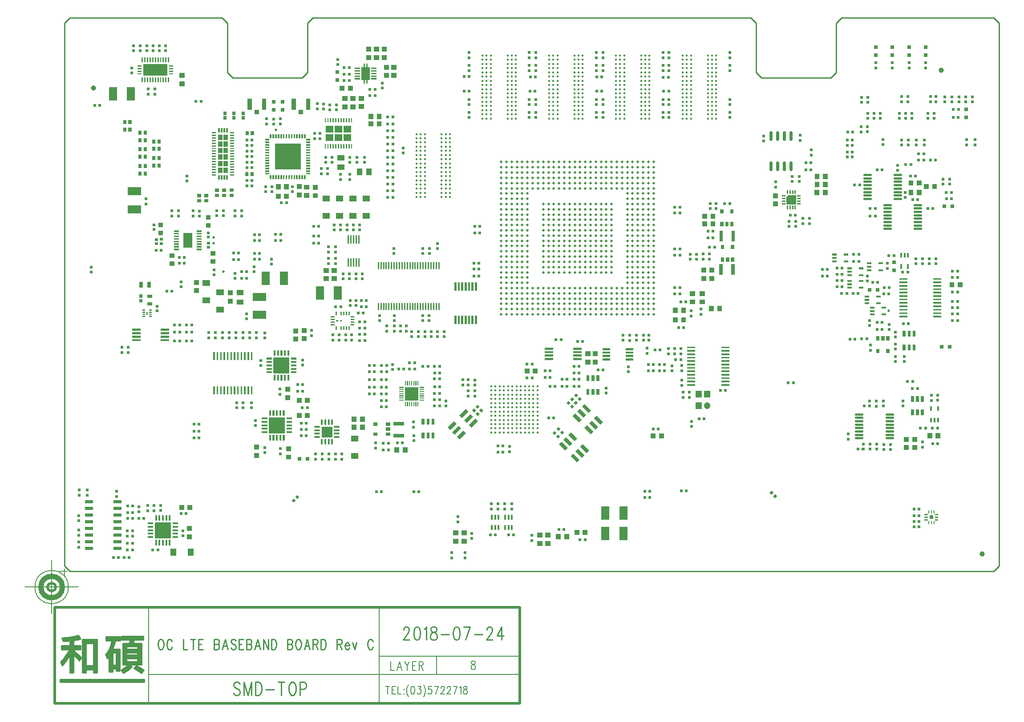
<source format=gbr>
G04 CAM350 V10.0.1 (Build 314) Date:  Fri Jul 27 19:03:03 2018 *
G04 Database: (Untitled) *
G04 Layer 15: SPPR *
%FSLAX25Y25*%
%MOIN*%
%SFA1.000B1.000*%

%MIA0B0*%
%IPPOS*%
%ADD11C,0.00800*%
%ADD12C,0.01000*%
%ADD13C,0.00500*%
%ADD15C,0.02000*%
%ADD16C,0.04000*%
%ADD17C,0.00700*%
%ADD23C,0.03937*%
%ADD51R,0.02200X0.02200*%
%ADD52R,0.04724X0.04724*%
%ADD53R,0.03937X0.03937*%
%ADD55R,0.08661X0.08661*%
%ADD56R,0.03622X0.03622*%
%ADD64R,0.04331X0.04331*%
%ADD65R,0.06000X0.06000*%
%ADD66R,0.00787X0.00787*%
%ADD67R,0.03150X0.03150*%
%ADD75R,0.01378X0.01378*%
%ADD76R,0.00984X0.00984*%
%ADD78R,0.01181X0.01181*%
%ADD84R,0.10433X0.10433*%
%ADD85R,0.01575X0.01575*%
%ADD86C,0.02400*%
%ADD90C,0.01575*%
%ADD91R,0.02480X0.02480*%
%ADD92C,0.01890*%
%ADD93R,0.02800X0.02800*%
%ADD94R,0.03543X0.03543*%
%ADD95R,0.00866X0.00866*%
%ADD96C,0.01102*%
%ADD97R,0.02165X0.02165*%
%ADD98R,0.01200X0.01200*%
%ADD99R,0.02992X0.02992*%
%ADD100R,0.19685X0.19685*%
%ADD101C,0.01496*%
%ADD102R,0.12402X0.12402*%
%ADD103C,0.04724*%
%ADD104C,0.01181*%
%ADD105R,0.08268X0.08268*%
%ADD106R,0.02400X0.02400*%
%ADD107R,0.03200X0.03200*%
%ADD108R,0.02000X0.02000*%
%ADD110R,0.06500X0.06500*%
%ADD121R,0.02401X0.02401*%
%ADD122R,0.02441X0.02441*%
%ADD124R,0.01201X0.01201*%
%ADD125R,0.02364X0.02364*%
%ADD132R,0.00865X0.00865*%
%ADD136R,0.00983X0.00983*%
%ADD137R,0.03601X0.03601*%
%ADD138R,0.02600X0.02600*%
%ADD139R,0.00905X0.00905*%
%ADD140R,0.01181X0.01181*%
%LNSPPR*%
%LPD*%
G36*
X371031Y104164D02*
G01X372586Y105719D01*
X374142Y104164*
X372586Y102608*
X371031Y104164*
G37*
G36*
X305108Y120764D02*
G01X306664Y122319D01*
X308219Y120764*
X306664Y119208*
X305108Y120764*
G37*
G36*
X172781Y55836D02*
G01X174336Y57392D01*
X175892Y55836*
X174336Y54281*
X172781Y55836*
G37*
G36*
X368351Y106844D02*
G01X369907Y108399D01*
X371462Y106843*
X369906Y105288*
X368351Y106844*
G37*
G36*
X307788Y123444D02*
G01X309344Y124999D01*
X310899Y123443*
X309343Y121888*
X307788Y123444*
G37*
G36*
X170101Y53157D02*
G01X171656Y54712D01*
X173212Y53156*
X171656Y51601*
X170101Y53157*
G37*
G36*
X527958Y59036D02*
G01X529514Y60592D01*
X531069Y59036*
X529514Y57481*
X527958Y59036*
G37*
G36*
X530638Y56357D02*
G01X532194Y57912D01*
X533749Y56356*
X532193Y54801*
X530638Y56357*
G37*
G36*
X310544Y120688D02*
G01X312099Y122243D01*
X313655Y120688*
X312099Y119132*
X310544Y120688*
G37*
G36*
X307864Y118008D02*
G01X309420Y119563D01*
X310975Y118008*
X309419Y116452*
X307864Y118008*
G37*
G36*
X378606Y129008D02*
G01X380162Y130564D01*
X381717Y129008*
X380162Y127453*
X378606Y129008*
G37*
G36*
X375850Y126253D02*
G01X377406Y127808D01*
X378961Y126252*
X377406Y124697*
X375850Y126253*
G37*
G36*
X378530Y123573D02*
G01X380086Y125128D01*
X381641Y123573*
X380086Y122017*
X378530Y123573*
G37*
G36*
X381506Y131945D02*
G01X383062Y133501D01*
X384618Y131945*
X383062Y130389*
X381506Y131945*
G37*
G36*
X384186Y129265D02*
G01X385742Y130821D01*
X387298Y129265*
X385742Y127710*
X384186Y129265*
G37*
G36*
X381286Y126329D02*
G01X382842Y127884D01*
X384397Y126328*
X382841Y124773*
X381286Y126329*
G37*
G36*
X368136Y101165D02*
G01X369692Y102721D01*
X371248Y101165*
X369692Y99610*
X368136Y101165*
G37*
G36*
X365456Y103845D02*
G01X367012Y105401D01*
X368568Y103845*
X367012Y102289*
X365456Y103845*
G37*
G36*
X119102Y318516D02*
G01Y322447D01*
X122252*
Y318516*
X119102*
G37*
G36*
X114968D02*
G01Y322447D01*
X118118*
Y318516*
X114968*
G37*
G36*
X119102Y323437D02*
G01Y327374D01*
X122252*
Y323437*
X119102*
G37*
G36*
Y313590D02*
G01Y317527D01*
X122252*
Y313590*
X119102*
G37*
G36*
Y308669D02*
G01Y312607D01*
X122252*
Y308669*
X119102*
G37*
G36*
Y303749D02*
G01Y307686D01*
X122252*
Y303749*
X119102*
G37*
G36*
Y298828D02*
G01Y302766D01*
X122252*
Y298828*
X119102*
G37*
G36*
X114968Y323437D02*
G01Y327374D01*
X118118*
Y323437*
X114968*
G37*
G36*
Y313590D02*
G01Y317527D01*
X118118*
Y313590*
X114968*
G37*
G36*
Y308669D02*
G01Y312607D01*
X118118*
Y308669*
X114968*
G37*
G36*
Y303749D02*
G01Y307686D01*
X118118*
Y303749*
X114968*
G37*
G36*
Y298828D02*
G01Y302766D01*
X118118*
Y298828*
X114968*
G37*
G36*
X195675Y334018D02*
G01X195676Y334031D01*
X195702Y334080*
X195740Y334105*
X201122*
X201135Y334099*
X201174Y334062*
X201182Y334043*
X201187Y334023*
X201188Y334003*
X201187Y333987*
X201186Y329085*
X201176Y329048*
X201144Y329011*
X201134Y329004*
X201120Y328998*
X195741*
X195727Y329004*
X195717Y329011*
X195709Y329017*
X195678Y329067*
X195676Y329079*
X195675Y334018*
G37*
G36*
X202368D02*
G01X202369Y334031D01*
X202395Y334080*
X202433Y334105*
X207815*
X207828Y334099*
X207866Y334062*
X207875Y334043*
X207880Y334023*
X207881Y334003*
X207880Y333987*
X207879Y329085*
X207869Y329048*
X207837Y329011*
X207827Y329004*
X207813Y328998*
X202434*
X202420Y329004*
X202410Y329011*
X202402Y329017*
X202371Y329067*
X202369Y329079*
X202368Y334018*
G37*
G36*
X209061D02*
G01X209062Y334031D01*
X209088Y334080*
X209126Y334105*
X214508*
X214521Y334099*
X214559Y334062*
X214568Y334043*
X214573Y334023*
X214574Y334003*
X214572Y333987*
Y329085*
X214562Y329048*
X214530Y329011*
X214520Y329004*
X214506Y328998*
X209127*
X209113Y329004*
X209103Y329011*
X209095Y329017*
X209064Y329067*
X209061Y329079*
Y334018*
G37*
G36*
Y327723D02*
G01X209063Y327735D01*
X209092Y327785*
X209141Y327810*
X214493*
X214513Y327804*
X214553Y327773*
X214572Y327723*
Y322796*
X214564Y322753*
X214527Y322709*
X214516Y322703*
X214499Y322697*
X209134*
X209117Y322703*
X209106Y322709*
X209097Y322715*
X209064Y322765*
X209062Y322778*
X209061Y327723*
G37*
G36*
X195675D02*
G01X195677Y327735D01*
X195706Y327785*
X195755Y327810*
X201107*
X201127Y327804*
X201167Y327773*
X201186Y327723*
X201187Y322796*
X201178Y322753*
X201141Y322709*
X201130Y322703*
X201113Y322697*
X195749*
X195731Y322703*
X195720Y322709*
X195712Y322715*
X195678Y322765*
X195676Y322778*
X195675Y327723*
G37*
G36*
X202368D02*
G01X202370Y327735D01*
X202399Y327785*
X202448Y327810*
X207800*
X207820Y327804*
X207860Y327773*
X207879Y327723*
X207880Y322796*
X207871Y322753*
X207834Y322709*
X207823Y322703*
X207806Y322697*
X202442*
X202424Y322703*
X202413Y322709*
X202404Y322715*
X202371Y322765*
X202369Y322778*
X202368Y327723*
G37*
G36*
X382614Y89938D02*
G01X384562Y91886D01*
X389295Y87154*
X387346Y85205*
X382614Y89938*
G37*
G36*
X373705Y98846D02*
G01X375654Y100795D01*
X380386Y96062*
X378438Y94114*
X373705Y98846*
G37*
G36*
X396455Y114675D02*
G01X398403Y116623D01*
X403136Y111891*
X401187Y109942*
X396455Y114675*
G37*
G36*
X286827Y107978D02*
G01X291560Y112711D01*
X293508Y110762*
X288776Y106030*
X286827Y107978*
G37*
G36*
X387546Y123583D02*
G01X389495Y125532D01*
X394227Y120799*
X392279Y118851*
X387546Y123583*
G37*
G36*
X293898Y100907D02*
G01X298631Y105640D01*
X300579Y103691*
X295847Y98959*
X293898Y100907*
G37*
G36*
X384011Y120048D02*
G01X385959Y121996D01*
X390692Y117264*
X388743Y115315*
X384011Y120048*
G37*
G36*
X389384Y107604D02*
G01X391332Y109552D01*
X396065Y104820*
X394116Y102871*
X389384Y107604*
G37*
G36*
X302807Y109816D02*
G01X307539Y114548D01*
X309488Y112600*
X304755Y107867*
X302807Y109816*
G37*
G36*
X299271Y113351D02*
G01X304004Y118084D01*
X305952Y116135*
X301220Y111403*
X299271Y113351*
G37*
G36*
X295736Y116887D02*
G01X300468Y121619D01*
X302417Y119671*
X297684Y114938*
X295736Y116887*
G37*
G36*
X290363Y104443D02*
G01X295095Y109175D01*
X297044Y107227*
X292311Y102494*
X290363Y104443*
G37*
G36*
X392919Y111139D02*
G01X394868Y113088D01*
X399600Y108355*
X397652Y106407*
X392919Y111139*
G37*
G36*
X386149Y93473D02*
G01X388098Y95422D01*
X392830Y90689*
X390882Y88741*
X386149Y93473*
G37*
G36*
X379078Y86402D02*
G01X381027Y88351D01*
X385759Y83618*
X383811Y81670*
X379078Y86402*
G37*
G36*
X380475Y116512D02*
G01X382424Y118461D01*
X387156Y113728*
X385208Y111780*
X380475Y116512*
G37*
G36*
X377241Y102382D02*
G01X379189Y104330D01*
X383922Y99598*
X381973Y97649*
X377241Y102382*
G37*
G36*
X370170Y95311D02*
G01X372118Y97259D01*
X376851Y92527*
X374902Y90578*
X370170Y95311*
G37*
G36*
X540766Y275410D02*
G01Y280809D01*
X540770Y280846*
X540790Y280921*
X540807Y280958*
X540845Y281020*
X541849Y282028*
X541909Y282072*
X541976Y282103*
X542049Y282121*
X547518*
X547572Y282109*
X547635Y282084*
X547695Y282047*
X547749Y281997*
X547795Y281935*
X547828Y281866*
X547839Y281829*
X547851Y281754*
Y275478*
X547853Y275409*
X547842Y275341*
X547820Y275275*
X547786Y275215*
X547742Y275161*
X547684Y275111*
X547618Y275074*
X547587Y275061*
X547543Y275049*
X547507Y275043*
X541109*
X541049Y275055*
X540985Y275080*
X540924Y275117*
X540868Y275167*
X540822Y275229*
X540789Y275298*
X540777Y275335*
X540766Y275410*
G37*
G36*
X222248Y368716D02*
G01Y368728D01*
Y377785*
X222254Y377819*
X222265Y377851*
X222281Y377881*
X222303Y377908*
X222329Y377931*
X222358Y377948*
X222390Y377961*
X222409Y377965*
X223961Y377972*
Y380541*
X223981Y380615*
X224038Y380684*
X224121Y380721*
X224903*
X224927Y380715*
X224959Y380701*
X224988Y380683*
X225013Y380659*
X225033Y380632*
X225049Y380601*
X225059Y380568*
X225063Y380540*
Y377972*
X225929*
X225930Y380541*
X225950Y380615*
X226006Y380684*
X226089Y380721*
X226872*
X226896Y380715*
X226927Y380701*
X226956Y380683*
X226981Y380659*
X227002Y380632*
X227017Y380601*
X227027Y380568*
X227031Y380540*
X227032Y377972*
X228583Y377965*
X228616Y377956*
X228647Y377941*
X228675Y377921*
X228700Y377897*
X228719Y377868*
X228733Y377837*
X228742Y377804*
X228745Y377769*
X228744Y377754*
Y368703*
X228740Y368678*
X228734Y368653*
X228720Y368622*
X228701Y368593*
X228677Y368568*
X228649Y368548*
X228618Y368533*
X228585Y368523*
X228581*
X227032Y368516*
X227031Y365947*
X227014Y365879*
X226962Y365810*
X226894Y365773*
X226869Y365767*
X226091*
X226058Y365776*
X226027Y365791*
X225999Y365810*
X225974Y365835*
X225955Y365863*
X225940Y365894*
X225931Y365928*
X225928Y365962*
X225929Y365978*
Y368519*
X225063*
Y365947*
X225045Y365879*
X224993Y365810*
X224926Y365773*
X224901Y365767*
X224123*
X224098Y365773*
X224081Y365779*
X224056Y365792*
X224028Y365812*
X224004Y365837*
X223985Y365865*
X223971Y365897*
X223962Y365930*
X223960Y365964*
X223961Y365978*
Y368516*
X222411Y368523*
X222378Y368531*
X222347Y368546*
X222319Y368565*
X222294Y368590*
X222274Y368618*
X222260Y368649*
X222251Y368682*
X222248Y368716*
G37*
G54D51*
X612906Y323692D03*
Y319902D03*
X442259Y165963D03*
X446049D03*
X589963Y310543D03*
X586173D03*
X595466Y289569D03*
X591676D03*
X589954Y323311D03*
X586164D03*
G54D92*
X327013Y306887D03*
X330950D03*
X334887D03*
X338824D03*
X342761D03*
X346698D03*
X350635D03*
X354572D03*
X358509D03*
X362447D03*
X366384D03*
X370321D03*
X374258D03*
X378195D03*
X382132D03*
X386069D03*
X390006D03*
X393943D03*
X397880D03*
X401817D03*
X405753D03*
X409691D03*
X413628D03*
X417565D03*
X421502D03*
X425439D03*
X429376D03*
X433313D03*
X437250D03*
X441187D03*
X327013Y228147D03*
X330950D03*
X334887D03*
X338824D03*
X342761D03*
X346698D03*
X358509D03*
X362447D03*
X366384D03*
X370321D03*
X374258D03*
X378195D03*
X382132D03*
X386069D03*
X390006D03*
X393943D03*
X397880D03*
X401817D03*
X405753D03*
X409691D03*
X421502D03*
X425439D03*
X429376D03*
X433313D03*
X437250D03*
X441187D03*
X327013Y224209D03*
X330950D03*
X334887D03*
X338824D03*
X342761D03*
X346698D03*
X358509D03*
X362447D03*
X366384D03*
X370321D03*
X374258D03*
X378195D03*
X382132D03*
X386069D03*
X390006D03*
X393943D03*
X397880D03*
X401817D03*
X405753D03*
X409691D03*
X421502D03*
X425439D03*
X429376D03*
X433313D03*
X437250D03*
X441187D03*
X327013Y220272D03*
X330950D03*
X334887D03*
X338824D03*
X342761D03*
X346698D03*
X421502D03*
X425439D03*
X429376D03*
X433313D03*
X437250D03*
X441187D03*
X327013Y216335D03*
X330950D03*
X334887D03*
X338824D03*
X342761D03*
X346698D03*
X421502D03*
X425439D03*
X429376D03*
X433313D03*
X437250D03*
X441187D03*
X327013Y212398D03*
X330950D03*
X334887D03*
X338824D03*
X342761D03*
X346698D03*
X350635D03*
X354572D03*
X358509D03*
X362447D03*
X366384D03*
X370321D03*
X374258D03*
X378195D03*
X382132D03*
X386069D03*
X390006D03*
X393943D03*
X397880D03*
X401817D03*
X405753D03*
X409691D03*
X413628D03*
X417565D03*
X421502D03*
X425439D03*
X429376D03*
X433313D03*
X437250D03*
X441187D03*
X327013Y208461D03*
X330950D03*
X334887D03*
X338824D03*
X342761D03*
X346698D03*
X350635D03*
X354572D03*
X358509D03*
X362447D03*
X366384D03*
X370321D03*
X374258D03*
X378195D03*
X382132D03*
X386069D03*
X390006D03*
X393943D03*
X397880D03*
X401817D03*
X405753D03*
X409691D03*
X413628D03*
X417565D03*
X421502D03*
X425439D03*
X429376D03*
X433313D03*
X437250D03*
X441187D03*
X327013Y204524D03*
X330950D03*
X334887D03*
X338824D03*
X342761D03*
X346698D03*
X350635D03*
X354572D03*
X358509D03*
X362447D03*
X366384D03*
X370321D03*
X374258D03*
X378195D03*
X382132D03*
X386069D03*
X390006D03*
X393943D03*
X397880D03*
X401817D03*
X405753D03*
X409691D03*
X413628D03*
X417565D03*
X421502D03*
X425439D03*
X429376D03*
X433313D03*
X437250D03*
X441187D03*
X327013Y200587D03*
X330950D03*
X334887D03*
X338824D03*
X342761D03*
X346698D03*
X350635D03*
X354572D03*
X358509D03*
X362447D03*
X366384D03*
X370321D03*
X374258D03*
X378195D03*
X382132D03*
X386069D03*
X390006D03*
X393943D03*
X397880D03*
X401817D03*
X405753D03*
X409691D03*
X413628D03*
X417565D03*
X421502D03*
X425439D03*
X429376D03*
X433313D03*
X437250D03*
X441187D03*
X327013Y196650D03*
X330950D03*
X334887D03*
X338824D03*
X342761D03*
X346698D03*
X350635D03*
X354572D03*
X358509D03*
X362447D03*
X366384D03*
X370321D03*
X374258D03*
X378195D03*
X382132D03*
X386069D03*
X390006D03*
X393943D03*
X397880D03*
X401817D03*
X405753D03*
X409691D03*
X413628D03*
X417565D03*
X421502D03*
X425439D03*
X429376D03*
X433313D03*
X437250D03*
X441187D03*
X327013Y192713D03*
X330950D03*
X334887D03*
X338824D03*
X342761D03*
X346698D03*
X350635D03*
X354572D03*
X358509D03*
X362447D03*
X366384D03*
X370321D03*
X374258D03*
X378195D03*
X382132D03*
X386069D03*
X390006D03*
X393943D03*
X397880D03*
X401817D03*
X405753D03*
X409691D03*
X413628D03*
X417565D03*
X421502D03*
X425439D03*
X429376D03*
X433313D03*
X437250D03*
X441187D03*
X327013Y302950D03*
X330950D03*
X334887D03*
X338824D03*
X342761D03*
X346698D03*
X350635D03*
X354572D03*
X358509D03*
X362447D03*
X366384D03*
X370321D03*
X374258D03*
X378195D03*
X382132D03*
X386069D03*
X390006D03*
X393943D03*
X397880D03*
X401817D03*
X405753D03*
X409691D03*
X413628D03*
X417565D03*
X421502D03*
X425439D03*
X429376D03*
X433313D03*
X437250D03*
X441187D03*
X327013Y299013D03*
X330950D03*
X334887D03*
X338824D03*
X342761D03*
X346698D03*
X350635D03*
X354572D03*
X358509D03*
X362447D03*
X366384D03*
X370321D03*
X374258D03*
X378195D03*
X382132D03*
X386069D03*
X390006D03*
X393943D03*
X397880D03*
X401817D03*
X405753D03*
X409691D03*
X413628D03*
X417565D03*
X421502D03*
X425439D03*
X429376D03*
X433313D03*
X437250D03*
X441187D03*
X327013Y295076D03*
X330950D03*
X334887D03*
X338824D03*
X342761D03*
X346698D03*
X350635D03*
X354572D03*
X358509D03*
X362447D03*
X366384D03*
X370321D03*
X374258D03*
X378195D03*
X382132D03*
X386069D03*
X390006D03*
X393943D03*
X397880D03*
X401817D03*
X405753D03*
X409691D03*
X413628D03*
X417565D03*
X421502D03*
X425439D03*
X429376D03*
X433313D03*
X437250D03*
X441187D03*
X327013Y291139D03*
X330950D03*
X334887D03*
X338824D03*
X342761D03*
X346698D03*
X350635D03*
X354572D03*
X358509D03*
X362447D03*
X366384D03*
X370321D03*
X374258D03*
X378195D03*
X382132D03*
X386069D03*
X390006D03*
X393943D03*
X397880D03*
X401817D03*
X405753D03*
X409691D03*
X413628D03*
X417565D03*
X421502D03*
X425439D03*
X429376D03*
X433313D03*
X437250D03*
X441187D03*
X327013Y287202D03*
X330950D03*
X334887D03*
X338824D03*
X342761D03*
X346698D03*
X350635D03*
X354572D03*
X358509D03*
X362447D03*
X366384D03*
X370321D03*
X374258D03*
X378195D03*
X382132D03*
X386069D03*
X390006D03*
X393943D03*
X397880D03*
X401817D03*
X405753D03*
X409691D03*
X413628D03*
X417565D03*
X421502D03*
X425439D03*
X429376D03*
X433313D03*
X437250D03*
X441187D03*
X327013Y283265D03*
X330950D03*
X334887D03*
X338824D03*
X342761D03*
X346698D03*
X421502D03*
X425439D03*
X429376D03*
X433313D03*
X437250D03*
X441187D03*
X327013Y279328D03*
X330950D03*
X334887D03*
X338824D03*
X342761D03*
X346698D03*
X421502D03*
X425439D03*
X429376D03*
X433313D03*
X437250D03*
X441187D03*
X327013Y275391D03*
X330950D03*
X334887D03*
X338824D03*
X342761D03*
X346698D03*
X358509D03*
X362447D03*
X366384D03*
X370321D03*
X374258D03*
X378195D03*
X382132D03*
X386069D03*
X390006D03*
X393943D03*
X397880D03*
X401817D03*
X405753D03*
X409691D03*
X421502D03*
X425439D03*
X429376D03*
X433313D03*
X437250D03*
X441187D03*
X327013Y271454D03*
X330950D03*
X334887D03*
X338824D03*
X342761D03*
X346698D03*
X358509D03*
X362447D03*
X366384D03*
X370321D03*
X374258D03*
X378195D03*
X382132D03*
X386069D03*
X390006D03*
X393943D03*
X397880D03*
X401817D03*
X405753D03*
X409691D03*
X421502D03*
X425439D03*
X429376D03*
X433313D03*
X437250D03*
X441187D03*
X327013Y267517D03*
X330950D03*
X334887D03*
X338824D03*
X342761D03*
X346698D03*
X358509D03*
X362447D03*
X366384D03*
X370321D03*
X374258D03*
X378195D03*
X382132D03*
X386069D03*
X390006D03*
X393943D03*
X397880D03*
X401817D03*
X405753D03*
X409691D03*
X421502D03*
X425439D03*
X429376D03*
X433313D03*
X437250D03*
X441187D03*
X327013Y263580D03*
X330950D03*
X334887D03*
X338824D03*
X342761D03*
X346698D03*
X358509D03*
X362447D03*
X366384D03*
X370321D03*
X374258D03*
X378195D03*
X382132D03*
X386069D03*
X390006D03*
X393943D03*
X397880D03*
X401817D03*
X405753D03*
X409691D03*
X421502D03*
X425439D03*
X429376D03*
X433313D03*
X437250D03*
X441187D03*
X327013Y259643D03*
X330950D03*
X334887D03*
X338824D03*
X342761D03*
X346698D03*
X358509D03*
X362447D03*
X366384D03*
X370321D03*
X374258D03*
X378195D03*
X382132D03*
X386069D03*
X390006D03*
X393943D03*
X397880D03*
X401817D03*
X405753D03*
X409691D03*
X421502D03*
X425439D03*
X429376D03*
X433313D03*
X437250D03*
X441187D03*
X327013Y255706D03*
X330950D03*
X334887D03*
X338824D03*
X342761D03*
X346698D03*
X358509D03*
X362447D03*
X366384D03*
X370321D03*
X374258D03*
X378195D03*
X382132D03*
X386069D03*
X390006D03*
X393943D03*
X397880D03*
X401817D03*
X405753D03*
X409691D03*
X421502D03*
X425439D03*
X429376D03*
X433313D03*
X437250D03*
X441187D03*
X327013Y251769D03*
X330950D03*
X334887D03*
X338824D03*
X342761D03*
X346698D03*
X358509D03*
X362447D03*
X366384D03*
X370321D03*
X374258D03*
X378195D03*
X382132D03*
X386069D03*
X390006D03*
X393943D03*
X397880D03*
X401817D03*
X405753D03*
X409691D03*
X421502D03*
X425439D03*
X429376D03*
X433313D03*
X437250D03*
X441187D03*
X327013Y247831D03*
X330950D03*
X334887D03*
X338824D03*
X342761D03*
X346698D03*
X358509D03*
X362447D03*
X366384D03*
X370321D03*
X374258D03*
X378195D03*
X382132D03*
X386069D03*
X390006D03*
X393943D03*
X397880D03*
X401817D03*
X405753D03*
X409691D03*
X421502D03*
X425439D03*
X429376D03*
X433313D03*
X437250D03*
X441187D03*
X327013Y243895D03*
X330950D03*
X334887D03*
X338824D03*
X342761D03*
X346698D03*
X358509D03*
X362447D03*
X366384D03*
X370321D03*
X374258D03*
X378195D03*
X382132D03*
X386069D03*
X390006D03*
X393943D03*
X397880D03*
X401817D03*
X405753D03*
X409691D03*
X421502D03*
X425439D03*
X429376D03*
X433313D03*
X437250D03*
X441187D03*
X327013Y239958D03*
X330950D03*
X334887D03*
X338824D03*
X342761D03*
X346698D03*
X358509D03*
X362447D03*
X366384D03*
X370321D03*
X374258D03*
X378195D03*
X382132D03*
X386069D03*
X390006D03*
X393943D03*
X397880D03*
X401817D03*
X405753D03*
X409691D03*
X421502D03*
X425439D03*
X429376D03*
X433313D03*
X437250D03*
X441187D03*
X327013Y236021D03*
X330950D03*
X334887D03*
X338824D03*
X342761D03*
X346698D03*
X358509D03*
X362447D03*
X366384D03*
X370321D03*
X374258D03*
X378195D03*
X382132D03*
X386069D03*
X390006D03*
X393943D03*
X397880D03*
X401817D03*
X405753D03*
X409691D03*
X421502D03*
X425439D03*
X429376D03*
X433313D03*
X437250D03*
X441187D03*
X327013Y232084D03*
X330950D03*
X334887D03*
X338824D03*
X342761D03*
X346698D03*
X358509D03*
X362447D03*
X366384D03*
X370321D03*
X374258D03*
X378195D03*
X382132D03*
X386069D03*
X390006D03*
X393943D03*
X397880D03*
X401817D03*
X405753D03*
X409691D03*
X421502D03*
X425439D03*
X429376D03*
X433313D03*
X437250D03*
X441187D03*
G54D137*
X177105Y344232D03*
G54D67*
X645000Y387047D03*
Y392953D03*
X675306Y346355D03*
Y340449D03*
X163226Y346079D03*
Y351985D03*
X156616Y346044D03*
Y351950D03*
X181953Y84500D03*
X176047D03*
X664890Y273821D03*
X658984D03*
X632500Y387047D03*
Y392953D03*
X620000Y387047D03*
Y392953D03*
X204236Y368323D03*
Y374229D03*
X607500Y387047D03*
Y392953D03*
X608859Y210902D03*
X602953D03*
X621440Y231663D03*
Y225757D03*
X662953Y168500D03*
X657047D03*
G54D15*
X617231Y195314D03*
X158284Y330996D03*
X119106Y224602D03*
G54D99*
X649213Y40551D03*
G54D100*
X167120Y310930D03*
G54D101*
X319590Y104085D03*
Y107235D03*
Y110385D03*
Y113534D03*
Y116684D03*
Y119834D03*
Y122983D03*
Y126133D03*
Y129282D03*
Y132432D03*
Y135582D03*
Y138731D03*
X322740Y104085D03*
Y107235D03*
Y110385D03*
Y113534D03*
Y116684D03*
Y119834D03*
Y122983D03*
Y126133D03*
Y129282D03*
Y132432D03*
Y135582D03*
Y138731D03*
X325889Y104085D03*
Y107235D03*
Y110385D03*
Y113534D03*
Y116684D03*
Y119834D03*
Y122983D03*
Y126133D03*
Y129282D03*
Y132432D03*
Y135582D03*
Y138731D03*
X329039Y104085D03*
Y107235D03*
Y110385D03*
Y113534D03*
Y116684D03*
Y119834D03*
Y122983D03*
Y126133D03*
Y129282D03*
Y132432D03*
Y135582D03*
Y138731D03*
X332189Y104085D03*
Y107235D03*
Y110385D03*
Y113534D03*
Y116684D03*
Y119834D03*
Y122983D03*
Y126133D03*
Y129282D03*
Y132432D03*
Y135582D03*
Y138731D03*
X335338Y104085D03*
Y107235D03*
Y110385D03*
Y113534D03*
Y116684D03*
Y119834D03*
Y122983D03*
Y126133D03*
Y129282D03*
Y132432D03*
Y135582D03*
Y138731D03*
X338488Y104085D03*
Y107235D03*
Y110385D03*
Y113534D03*
Y116684D03*
Y119834D03*
Y122983D03*
Y126133D03*
Y129282D03*
Y132432D03*
Y135582D03*
Y138731D03*
X341637Y104085D03*
Y107235D03*
Y110385D03*
Y113534D03*
Y116684D03*
Y119834D03*
Y122983D03*
Y126133D03*
Y129282D03*
Y132432D03*
Y135582D03*
Y138731D03*
X344787Y104085D03*
Y107235D03*
Y110385D03*
Y113534D03*
Y116684D03*
Y119834D03*
Y122983D03*
Y126133D03*
Y129282D03*
Y132432D03*
Y135582D03*
Y138731D03*
X347937Y104085D03*
Y107235D03*
Y110385D03*
Y113534D03*
Y116684D03*
Y119834D03*
Y122983D03*
Y126133D03*
Y129282D03*
Y132432D03*
Y135582D03*
Y138731D03*
X351086Y104085D03*
Y107235D03*
Y110385D03*
Y113534D03*
Y116684D03*
Y119834D03*
Y122983D03*
Y126133D03*
Y129282D03*
Y132432D03*
Y135582D03*
Y138731D03*
X354236Y104085D03*
Y107235D03*
Y110385D03*
Y113534D03*
Y116684D03*
Y119834D03*
Y122983D03*
Y126133D03*
Y129282D03*
Y132432D03*
Y135582D03*
Y138731D03*
G54D102*
X73600Y30800D03*
X159000Y109500D03*
G54D84*
X259954Y133139D03*
G54D102*
X162430Y154410D03*
G54D137*
X144026Y344232D03*
G54D90*
X338098Y339478D03*
X334949D03*
X331799D03*
X319201D03*
X316051D03*
X312902D03*
X338098Y342628D03*
X334949D03*
X331799D03*
X319201D03*
X316051D03*
X312902D03*
X338098Y345777D03*
X334949D03*
X331799D03*
X319201D03*
X316051D03*
X312902D03*
X338098Y348927D03*
X334949D03*
X331799D03*
X319201D03*
X316051D03*
X312902D03*
X338098Y352076D03*
X334949D03*
X331799D03*
X319201D03*
X316051D03*
X312902D03*
X338098Y355226D03*
X334949D03*
X331799D03*
X319201D03*
X316051D03*
X312902D03*
X338098Y358376D03*
X334949D03*
X331799D03*
X319201D03*
X316051D03*
X312902D03*
X338098Y361525D03*
X334949D03*
X331799D03*
X319201D03*
X316051D03*
X312902D03*
X338098Y364675D03*
X334949D03*
X331799D03*
X319201D03*
X316051D03*
X312902D03*
X338098Y367824D03*
X334949D03*
X331799D03*
X319201D03*
X316051D03*
X312902D03*
X338098Y370974D03*
X334949D03*
X331799D03*
X319201D03*
X316051D03*
X312902D03*
X338098Y374124D03*
X334949D03*
X331799D03*
X319201D03*
X316051D03*
X312902D03*
X338098Y377273D03*
X334949D03*
X331799D03*
X319201D03*
X316051D03*
X312902D03*
X338098Y380423D03*
X334949D03*
X331799D03*
X319201D03*
X316051D03*
X312902D03*
X338098Y383572D03*
X334949D03*
X331799D03*
X319201D03*
X316051D03*
X312902D03*
X338098Y386722D03*
X334949D03*
X331799D03*
X319201D03*
X316051D03*
X312902D03*
X388098Y339478D03*
X384949D03*
X381799D03*
X369201D03*
X366051D03*
X362902D03*
X388098Y342628D03*
X384949D03*
X381799D03*
X369201D03*
X366051D03*
X362902D03*
X388098Y345777D03*
X384949D03*
X381799D03*
X369201D03*
X366051D03*
X362902D03*
X388098Y348927D03*
X384949D03*
X381799D03*
X369201D03*
X366051D03*
X362902D03*
X388098Y352076D03*
X384949D03*
X381799D03*
X369201D03*
X366051D03*
X362902D03*
X388098Y355226D03*
X384949D03*
X381799D03*
X369201D03*
X366051D03*
X362902D03*
X388098Y358376D03*
X384949D03*
X381799D03*
X369201D03*
X366051D03*
X362902D03*
X388098Y361525D03*
X384949D03*
X381799D03*
X369201D03*
X366051D03*
X362902D03*
X388098Y364675D03*
X384949D03*
X381799D03*
X369201D03*
X366051D03*
X362902D03*
X388098Y367824D03*
X384949D03*
X381799D03*
X369201D03*
X366051D03*
X362902D03*
X388098Y370974D03*
X384949D03*
X381799D03*
X369201D03*
X366051D03*
X362902D03*
X388098Y374124D03*
X384949D03*
X381799D03*
X369201D03*
X366051D03*
X362902D03*
X388098Y377273D03*
X384949D03*
X381799D03*
X369201D03*
X366051D03*
X362902D03*
X388098Y380423D03*
X384949D03*
X381799D03*
X369201D03*
X366051D03*
X362902D03*
X388098Y383572D03*
X384949D03*
X381799D03*
X369201D03*
X366051D03*
X362902D03*
X388098Y386722D03*
X384949D03*
X381799D03*
X369201D03*
X366051D03*
X362902D03*
X438098Y339478D03*
X434949D03*
X431799D03*
X419201D03*
X416051D03*
X412902D03*
X438098Y342628D03*
X434949D03*
X431799D03*
X419201D03*
X416051D03*
X412902D03*
X438098Y345777D03*
X434949D03*
X431799D03*
X419201D03*
X416051D03*
X412902D03*
X438098Y348927D03*
X434949D03*
X431799D03*
X419201D03*
X416051D03*
X412902D03*
X438098Y352076D03*
X434949D03*
X431799D03*
X419201D03*
X416051D03*
X412902D03*
X438098Y355226D03*
X434949D03*
X431799D03*
X419201D03*
X416051D03*
X412902D03*
X438098Y358376D03*
X434949D03*
X431799D03*
X419201D03*
X416051D03*
X412902D03*
X438098Y361525D03*
X434949D03*
X431799D03*
X419201D03*
X416051D03*
X412902D03*
X438098Y364675D03*
X434949D03*
X431799D03*
X419201D03*
X416051D03*
X412902D03*
X438098Y367824D03*
X434949D03*
X431799D03*
X419201D03*
X416051D03*
X412902D03*
X438098Y370974D03*
X434949D03*
X431799D03*
X419201D03*
X416051D03*
X412902D03*
X438098Y374124D03*
X434949D03*
X431799D03*
X419201D03*
X416051D03*
X412902D03*
X438098Y377273D03*
X434949D03*
X431799D03*
X419201D03*
X416051D03*
X412902D03*
X438098Y380423D03*
X434949D03*
X431799D03*
X419201D03*
X416051D03*
X412902D03*
X438098Y383572D03*
X434949D03*
X431799D03*
X419201D03*
X416051D03*
X412902D03*
X438098Y386722D03*
X434949D03*
X431799D03*
X419201D03*
X416051D03*
X412902D03*
X488098Y339478D03*
X484949D03*
X481799D03*
X469201D03*
X466051D03*
X462902D03*
X488098Y342628D03*
X484949D03*
X481799D03*
X469201D03*
X466051D03*
X462902D03*
X488098Y345777D03*
X484949D03*
X481799D03*
X469201D03*
X466051D03*
X462902D03*
X488098Y348927D03*
X484949D03*
X481799D03*
X469201D03*
X466051D03*
X462902D03*
X488098Y352076D03*
X484949D03*
X481799D03*
X469201D03*
X466051D03*
X462902D03*
X488098Y355226D03*
X484949D03*
X481799D03*
X469201D03*
X466051D03*
X462902D03*
X488098Y358376D03*
X484949D03*
X481799D03*
X469201D03*
X466051D03*
X462902D03*
X488098Y361525D03*
X484949D03*
X481799D03*
X469201D03*
X466051D03*
X462902D03*
X488098Y364675D03*
X484949D03*
X481799D03*
X469201D03*
X466051D03*
X462902D03*
X488098Y367824D03*
X484949D03*
X481799D03*
X469201D03*
X466051D03*
X462902D03*
X488098Y370974D03*
X484949D03*
X481799D03*
X469201D03*
X466051D03*
X462902D03*
X488098Y374124D03*
X484949D03*
X481799D03*
X469201D03*
X466051D03*
X462902D03*
X488098Y377273D03*
X484949D03*
X481799D03*
X469201D03*
X466051D03*
X462902D03*
X488098Y380423D03*
X484949D03*
X481799D03*
X469201D03*
X466051D03*
X462902D03*
X488098Y383572D03*
X484949D03*
X481799D03*
X469201D03*
X466051D03*
X462902D03*
X488098Y386722D03*
X484949D03*
X481799D03*
X469201D03*
X466051D03*
X462902D03*
X288715Y280606D03*
X285566D03*
X282416D03*
X269818D03*
X266668D03*
X263519D03*
X288715Y283756D03*
X285566D03*
X282416D03*
X269818D03*
X266668D03*
X263519D03*
X288715Y286905D03*
X285566D03*
X282416D03*
X269818D03*
X266668D03*
X263519D03*
X288715Y290055D03*
X285566D03*
X282416D03*
X269818D03*
X266668D03*
X263519D03*
X288715Y293204D03*
X285566D03*
X282416D03*
X269818D03*
X266668D03*
X263519D03*
X288715Y296354D03*
X285566D03*
X282416D03*
X269818D03*
X266668D03*
X263519D03*
X288715Y299504D03*
X285566D03*
X282416D03*
X269818D03*
X266668D03*
X263519D03*
X288715Y302653D03*
X285566D03*
X282416D03*
X269818D03*
X266668D03*
X263519D03*
X288715Y305803D03*
X285566D03*
X282416D03*
X269818D03*
X266668D03*
X263519D03*
X288715Y308952D03*
X285566D03*
X282416D03*
X269818D03*
X266668D03*
X263519D03*
X288715Y312102D03*
X285566D03*
X282416D03*
X269818D03*
X266668D03*
X263519D03*
X288715Y315252D03*
X285566D03*
X282416D03*
X269818D03*
X266668D03*
X263519D03*
X288715Y318401D03*
X285566D03*
X282416D03*
X269818D03*
X266668D03*
X263519D03*
X288715Y321551D03*
X285566D03*
X282416D03*
X269818D03*
X266668D03*
X263519D03*
X288715Y324700D03*
X285566D03*
X282416D03*
X269818D03*
X266668D03*
X263519D03*
X288715Y327850D03*
X285566D03*
X282416D03*
X269818D03*
X266668D03*
X263519D03*
G54D51*
X246870Y191874D03*
Y188084D03*
X89640Y231000D03*
X85850D03*
X652750Y352110D03*
Y355900D03*
X648750Y352110D03*
Y355900D03*
X306510Y221400D03*
X310300D03*
X273000Y191790D03*
Y188000D03*
X273413Y238354D03*
Y242144D03*
X246750Y238360D03*
Y242150D03*
X384210Y172500D03*
X388000D03*
X469206Y191512D03*
Y195302D03*
X463590Y182700D03*
X459800D03*
X589963Y314480D03*
X586173D03*
X589954Y319374D03*
X586164D03*
X639096Y278602D03*
X635306D03*
X633579Y296248D03*
X637369D03*
X224550Y306710D03*
Y310500D03*
X213550Y306710D03*
Y310500D03*
X213500Y297640D03*
Y293850D03*
X197000Y301890D03*
Y298100D03*
X203600Y345910D03*
Y349700D03*
X523500Y322610D03*
Y326400D03*
X62750Y361640D03*
Y357850D03*
X75750Y390360D03*
Y394150D03*
X67750Y357860D03*
Y361650D03*
X56500Y394140D03*
Y390350D03*
X242496Y96202D03*
X238706D03*
X249216Y96502D03*
X253006D03*
X478206Y234112D03*
Y237902D03*
X473400Y233910D03*
Y237700D03*
X468600Y233910D03*
Y237700D03*
X488106Y271912D03*
Y275702D03*
X485596Y250102D03*
X481806D03*
X485596Y254902D03*
X481806D03*
X532500Y288110D03*
Y291900D03*
X550224Y292312D03*
Y296102D03*
X547296Y267202D03*
X543506D03*
X558006Y260812D03*
Y264602D03*
X542706Y258712D03*
Y262502D03*
X206890Y198300D03*
X203100D03*
X208506Y223192D03*
Y219402D03*
X185106Y180592D03*
Y176802D03*
X213306Y223192D03*
Y219402D03*
X213869Y199315D03*
Y203105D03*
X214785Y177292D03*
Y173502D03*
X222310Y203000D03*
X226100D03*
X617439Y207991D03*
X613649D03*
X649110Y128180D03*
Y131970D03*
X585875Y208358D03*
X582085D03*
X644835Y107250D03*
X641045D03*
X617593Y212729D03*
X613803D03*
X591030Y237620D03*
X594820D03*
X582296Y222702D03*
X578506D03*
X616206Y230892D03*
Y227102D03*
X571296Y226383D03*
X567506D03*
X631490Y224530D03*
X627700D03*
X601205Y217648D03*
Y221438D03*
X608616Y186802D03*
X612406D03*
X665016Y209454D03*
X668806D03*
X606306Y339712D03*
Y343502D03*
X611030Y339712D03*
Y343502D03*
X628116Y185602D03*
X631906D03*
X631750Y355890D03*
Y352100D03*
X303000Y385110D03*
Y388900D03*
X590238Y329498D03*
X586448D03*
X638040Y323540D03*
Y319750D03*
X681890Y323544D03*
Y319754D03*
X659406Y355792D03*
Y352002D03*
X675591Y323544D03*
Y319754D03*
X644106Y323392D03*
Y319602D03*
X601389Y329621D03*
Y333411D03*
X675006Y355792D03*
Y352002D03*
X603300Y95490D03*
Y91700D03*
X303000Y379290D03*
Y375500D03*
X587106Y99112D03*
Y102902D03*
X642456Y93112D03*
Y96902D03*
X640079Y33465D03*
X636289D03*
X303090Y360000D03*
X299300D03*
X166166Y276432D03*
X162376D03*
X155426Y288522D03*
Y284732D03*
X303000Y350010D03*
Y353800D03*
X170600Y288395D03*
Y284605D03*
X303000Y344190D03*
Y340400D03*
X399516Y151102D03*
X403306D03*
X405606Y133612D03*
Y137402D03*
X348000Y385110D03*
Y388900D03*
X346346Y145082D03*
X350136D03*
X363696Y145402D03*
X359906D03*
X348000Y379290D03*
Y375500D03*
X367296Y138802D03*
X363506D03*
X307206Y135292D03*
Y131502D03*
X348000Y353790D03*
Y350000D03*
Y344190D03*
Y340400D03*
X181896Y122602D03*
X178106D03*
X646610Y272000D03*
X650400D03*
X198000Y84110D03*
Y87900D03*
X298416Y139602D03*
X302206D03*
X302196Y143602D03*
X298406D03*
X328296Y89302D03*
X324506D03*
X328296Y94102D03*
X324506D03*
X440966Y106852D03*
X444756D03*
X403200Y385110D03*
Y388900D03*
X422250Y153390D03*
Y149600D03*
X403200Y379290D03*
Y375500D03*
X402390Y360000D03*
X398600D03*
X87250Y217140D03*
Y213350D03*
X136296Y219802D03*
X132506D03*
X127506Y219712D03*
Y223502D03*
X403200Y350010D03*
Y353800D03*
X136296Y224602D03*
X132506D03*
X142100Y224610D03*
Y228400D03*
X332610Y27250D03*
X336400D03*
X350000Y26890D03*
Y23100D03*
X403200Y344190D03*
Y340400D03*
X305000Y28390D03*
Y24600D03*
X294750Y37110D03*
Y40900D03*
X389890Y23750D03*
X386100D03*
X370110Y31500D03*
X373900D03*
X448200Y385110D03*
Y388900D03*
Y379290D03*
Y375500D03*
X88500Y26610D03*
Y30400D03*
X67000Y49290D03*
Y45500D03*
X87184Y43254D03*
X90974D03*
X69870Y15950D03*
X66080D03*
X448200Y353790D03*
Y350000D03*
X149999Y92677D03*
Y88887D03*
X181020Y111130D03*
X177230D03*
X161700Y91890D03*
Y88100D03*
X143106Y109312D03*
Y113102D03*
X448200Y344190D03*
Y340400D03*
X639685Y308452D03*
X643475D03*
X660381Y284132D03*
X664171D03*
X463400Y134290D03*
Y130500D03*
X468000Y134290D03*
Y130500D03*
X277116Y138502D03*
X280906D03*
X261306Y111892D03*
Y108102D03*
X261605Y101692D03*
Y97902D03*
X140000Y122610D03*
Y126400D03*
X143700Y178890D03*
Y175100D03*
X469750Y108610D03*
Y112400D03*
X452400Y166890D03*
Y163100D03*
X232504Y356709D03*
X228714D03*
X213213Y377575D03*
X209423D03*
X452700Y385110D03*
Y388900D03*
Y379290D03*
Y375500D03*
X452490Y360000D03*
X448700D03*
X476750Y196640D03*
Y192850D03*
X452700Y350010D03*
Y353800D03*
Y344190D03*
Y340400D03*
X498300Y385110D03*
Y388900D03*
Y379290D03*
Y375500D03*
Y353790D03*
Y350000D03*
Y344190D03*
Y340400D03*
X352800Y385110D03*
Y388900D03*
Y379290D03*
Y375500D03*
X352290Y360000D03*
X348500D03*
X268413Y238354D03*
Y242144D03*
X352800Y350010D03*
Y353800D03*
Y344190D03*
Y340400D03*
X398400Y385110D03*
Y388900D03*
Y379290D03*
Y375500D03*
Y353790D03*
Y350000D03*
Y344190D03*
Y340400D03*
X268130Y191874D03*
Y188084D03*
X460896Y273202D03*
X457106D03*
X187354Y324456D03*
Y328246D03*
X460896Y268702D03*
X457106D03*
X191354Y324456D03*
Y328246D03*
X460896Y237202D03*
X457106D03*
X89640Y235500D03*
X85850D03*
X460896Y241702D03*
X457106D03*
X598169Y91634D03*
Y95424D03*
X350196Y155302D03*
X346406D03*
X302406Y131512D03*
Y135302D03*
X437706Y173212D03*
Y177002D03*
X245890Y280500D03*
X242100D03*
X238095Y366079D03*
Y362289D03*
X232504Y361433D03*
X228714D03*
X213213Y368126D03*
X209423D03*
X204630Y383796D03*
Y380006D03*
X213213Y372850D03*
X209423D03*
X310290Y226800D03*
X306500D03*
X310290Y231000D03*
X306500D03*
X433505Y173212D03*
Y177002D03*
X629573Y280231D03*
Y284021D03*
X624045Y304405D03*
Y300615D03*
X418206Y173212D03*
Y177002D03*
X633860Y305024D03*
X630070D03*
X608479Y301103D03*
X612269D03*
X219050Y310490D03*
Y306700D03*
X423306Y176992D03*
Y173202D03*
X206500Y297640D03*
Y293850D03*
X195750Y306610D03*
Y310400D03*
X192250Y298110D03*
Y301900D03*
X198600Y345910D03*
Y349700D03*
X200428Y306561D03*
Y310351D03*
X189330Y346756D03*
Y350546D03*
X194000Y346710D03*
Y350500D03*
X551000Y323110D03*
Y326900D03*
X607500Y381261D03*
Y377471D03*
X66250Y394140D03*
Y390350D03*
X50250Y377390D03*
Y373600D03*
X51750Y394140D03*
Y390350D03*
X61500Y394140D03*
Y390350D03*
X242496Y91084D03*
X238706D03*
X232806Y92512D03*
Y96302D03*
X483006Y234112D03*
Y237902D03*
X483016Y243202D03*
X486806D03*
X483706Y271912D03*
Y275702D03*
X498196Y275602D03*
X494406D03*
X545106Y296092D03*
Y292302D03*
X547506Y262492D03*
Y258702D03*
X552906Y260812D03*
Y264602D03*
X201006Y173512D03*
Y177302D03*
X222905Y223192D03*
Y219402D03*
X197732Y230842D03*
Y234632D03*
X202850Y230842D03*
Y234632D03*
X216306Y259792D03*
Y256002D03*
X221045Y259819D03*
Y256029D03*
X221016Y177726D03*
X224806D03*
X205730Y177292D03*
Y173502D03*
X211506Y259792D03*
Y256002D03*
X218181Y223192D03*
Y219402D03*
X221016Y182450D03*
X224806D03*
X224796Y187175D03*
X221006D03*
X218199Y203095D03*
Y199305D03*
X202850Y243284D03*
Y239494D03*
X197732Y243284D03*
Y239494D03*
X210454Y177292D03*
Y173502D03*
X224796Y173002D03*
X221006D03*
X226090Y198276D03*
X222300D03*
X219816Y193553D03*
X223606D03*
X650185Y95717D03*
X653975D03*
X594296Y208326D03*
X590506D03*
X653890Y107250D03*
X650100D03*
X654080Y132020D03*
Y128230D03*
X594810Y232220D03*
X591020D03*
X578516Y227426D03*
X582306D03*
X567516Y221302D03*
X571306D03*
X608963Y216827D03*
X605173D03*
X578516Y217977D03*
X582306D03*
X621230Y236860D03*
X617440D03*
X578516Y213253D03*
X582306D03*
X617706Y181312D03*
Y185102D03*
X602988Y188114D03*
Y184324D03*
X608616Y181402D03*
X612406D03*
X591932Y174209D03*
X588142D03*
X603764Y169551D03*
Y165761D03*
X600883Y174244D03*
X597093D03*
X622206Y179392D03*
Y175602D03*
X665039Y188189D03*
X668829D03*
X665039Y192913D03*
X668829D03*
X665039Y197638D03*
X668829D03*
X665039Y202362D03*
X668829D03*
X665016Y220477D03*
X668806D03*
X665016Y225202D03*
X668806D03*
X597000Y355390D03*
Y351600D03*
X601724Y355390D03*
Y351600D03*
X634770Y339712D03*
Y343502D03*
X627081Y323392D03*
Y319602D03*
X631806Y323392D03*
Y319602D03*
X622206Y170392D03*
Y166602D03*
X630046Y339712D03*
Y343502D03*
X622206Y157312D03*
Y161102D03*
X625321Y339712D03*
Y343502D03*
X646581Y339712D03*
Y343502D03*
X628806Y157312D03*
Y161102D03*
X651306Y339712D03*
Y343502D03*
X669260Y340402D03*
X665470D03*
X669560Y346402D03*
X665770D03*
X601581Y343492D03*
Y339702D03*
X627026Y352110D03*
Y355900D03*
X664506Y352012D03*
Y355802D03*
X596706Y333292D03*
Y329502D03*
X680106Y352012D03*
Y355802D03*
X669854Y352047D03*
Y355837D03*
X602890Y123930D03*
X599100D03*
X594311Y91555D03*
X598101D03*
X602894Y123917D03*
Y127707D03*
X608106Y123862D03*
Y127652D03*
X608406Y91634D03*
Y95424D03*
X613130Y123917D03*
Y127707D03*
X628091Y123917D03*
Y127707D03*
X636299Y37520D03*
X640089D03*
X636299Y41850D03*
X640089D03*
X640079Y46575D03*
X636289D03*
X465396Y202102D03*
X461606D03*
X150476Y284742D03*
Y288532D03*
X151226Y339222D03*
Y335432D03*
X255906Y180112D03*
Y183902D03*
X161726Y335442D03*
Y339232D03*
X156604Y335357D03*
Y339147D03*
X359916Y150502D03*
X363706D03*
X385296Y143902D03*
X381506D03*
X236106Y187912D03*
Y191702D03*
X376296Y138802D03*
X372506D03*
X362616Y115102D03*
X366406D03*
X376296Y143902D03*
X372506D03*
X279156Y245842D03*
Y242052D03*
X207724Y87890D03*
Y84100D03*
X307306Y139712D03*
Y143502D03*
X193000Y84110D03*
Y87900D03*
X203000Y84110D03*
Y87900D03*
X188000Y84110D03*
Y87900D03*
X251706Y180112D03*
Y183902D03*
X333306Y93592D03*
Y89802D03*
X385296Y138802D03*
X381506D03*
X126516Y233752D03*
X130306D03*
X126516Y238552D03*
X130306D03*
X142116Y233902D03*
X145906D03*
X142116Y252502D03*
X145906D03*
X142116Y248002D03*
X145906D03*
X142116Y238402D03*
X145906D03*
X158016Y252802D03*
X161806D03*
X158016Y248002D03*
X161806D03*
X136206Y193192D03*
Y189402D03*
X128200Y178890D03*
Y175100D03*
X118200Y178890D03*
Y175100D03*
X80390Y210000D03*
X76600D03*
X123200Y178890D03*
Y175100D03*
X113100Y178890D03*
Y175100D03*
X284206Y175912D03*
Y179702D03*
X71900Y49390D03*
Y45600D03*
X100640Y100000D03*
X96850D03*
X100640Y105000D03*
X96850D03*
X62200Y49290D03*
Y45500D03*
X181020Y106406D03*
X177230D03*
X279406Y175912D03*
Y179702D03*
X181020Y101681D03*
X177230D03*
X457000Y163110D03*
Y166900D03*
X461600Y163110D03*
Y166900D03*
X274606Y175912D03*
Y179702D03*
X643480Y312971D03*
X639690D03*
X648562Y308335D03*
X652352D03*
X462200Y150510D03*
Y154300D03*
X658000Y294190D03*
Y290400D03*
X269806Y175912D03*
Y179702D03*
X664238Y279229D03*
X660448D03*
X662852Y294192D03*
Y290402D03*
X462200Y143290D03*
Y139500D03*
X491310Y135600D03*
X495100D03*
X240996Y128002D03*
X237206D03*
X277018Y128713D03*
X280808D03*
X240996Y123500D03*
X237206D03*
X280798Y133438D03*
X277008D03*
X260106Y175912D03*
Y179702D03*
X231996Y138202D03*
X228206D03*
X231996Y133102D03*
X228206D03*
X285601Y124068D03*
Y127858D03*
X231996Y143602D03*
X228206D03*
X237215Y138202D03*
X241005D03*
X237215Y133102D03*
X241005D03*
X280798Y123989D03*
X277008D03*
X237215Y143602D03*
X241005D03*
X133500Y122610D03*
Y126400D03*
X138500Y178890D03*
Y175100D03*
X264906Y175912D03*
Y179702D03*
X150006Y178792D03*
Y175002D03*
X475110Y114400D03*
X478900D03*
X241206Y180112D03*
Y183902D03*
X460896Y208102D03*
X457106D03*
X460896Y212802D03*
X457106D03*
X645000Y381261D03*
Y377471D03*
X555216Y306502D03*
X559006D03*
X559206Y315892D03*
Y312102D03*
X558996Y301102D03*
X555206D03*
X632500Y381260D03*
Y377470D03*
X619806Y381261D03*
Y377471D03*
X253500Y317390D03*
Y313600D03*
X299310Y371100D03*
X303100D03*
X398610Y370800D03*
X402400D03*
X307116Y258802D03*
X310906D03*
X307116Y253802D03*
X310906D03*
X245890Y315500D03*
X242100D03*
X245890Y320500D03*
X242100D03*
X245890Y300500D03*
X242100D03*
X245890Y325500D03*
X242100D03*
X245890Y335500D03*
X242100D03*
X245890Y330500D03*
X242100D03*
X428406Y173212D03*
Y177002D03*
X245890Y340750D03*
X242100D03*
X245890Y310500D03*
X242100D03*
X245890Y305500D03*
X242100D03*
X245890Y285500D03*
X242100D03*
X245890Y290500D03*
X242100D03*
X245890Y295500D03*
X242100D03*
X448410Y370500D03*
X452200D03*
X348810Y370800D03*
X352600D03*
X154800Y230310D03*
Y234100D03*
X161190Y136630D03*
Y132840D03*
X147006Y154312D03*
Y158102D03*
X133500Y178890D03*
Y175100D03*
X174516Y134902D03*
X178306D03*
X178206Y158392D03*
Y154602D03*
X80406Y266512D03*
Y270302D03*
X96156Y266512D03*
Y270302D03*
X118956Y266610D03*
Y270400D03*
X127656Y266512D03*
Y270302D03*
X371796Y173602D03*
X368006D03*
X455000Y154090D03*
Y150300D03*
X449290Y150400D03*
X445500D03*
X441090D03*
X437300D03*
X246906Y180112D03*
Y183902D03*
X174516Y140002D03*
X178306D03*
X22610Y349500D03*
X26400D03*
X61070Y279330D03*
Y275540D03*
X140430Y323540D03*
X136640D03*
X140390Y289000D03*
X136600D03*
X140430Y319440D03*
X136640D03*
X140390Y293000D03*
X136600D03*
X140430Y315040D03*
X136640D03*
X140430Y302790D03*
X136640D03*
X140430Y311040D03*
X136640D03*
X140430Y306790D03*
X136640D03*
X91500Y292610D03*
Y296400D03*
X98370Y352210D03*
X102160D03*
X201905Y259792D03*
Y256002D03*
X206706Y259792D03*
Y256002D03*
X545890Y141400D03*
X542100D03*
X618600Y91410D03*
Y95200D03*
X613500Y91410D03*
Y95200D03*
X461490Y158600D03*
X457700D03*
X445510Y155000D03*
X449300D03*
X437310D03*
X441100D03*
X436400Y167290D03*
Y163500D03*
X381510Y153600D03*
X385300D03*
X381510Y148800D03*
X385300D03*
X186510Y251400D03*
X190300D03*
X186510Y246000D03*
X190300D03*
X652500Y230610D03*
Y234400D03*
X647500Y230610D03*
Y234400D03*
X642500Y230610D03*
Y234400D03*
X637500Y230610D03*
Y234400D03*
X100640Y110250D03*
X96850D03*
X47600Y167890D03*
Y164100D03*
X71000Y394140D03*
Y390350D03*
X465640Y60250D03*
X461850D03*
X233610Y59750D03*
X237400D03*
X17000Y57110D03*
Y60900D03*
X72390Y240800D03*
X68600D03*
X241140Y149750D03*
X237350D03*
X241140Y154500D03*
X237350D03*
X250110Y151750D03*
X253900D03*
X262140D03*
X258350D03*
X268360Y153750D03*
X272150D03*
X277110Y148750D03*
X280900D03*
X228110Y149750D03*
X231900D03*
X228110Y154500D03*
X231900D03*
X245500Y155140D03*
Y151350D03*
X258360Y156500D03*
X262150D03*
X280890Y153750D03*
X277100D03*
X280890Y144250D03*
X277100D03*
X129000Y126390D03*
Y122600D03*
X42800Y167890D03*
Y164100D03*
X95140Y172750D03*
X91350D03*
X86140D03*
X82350D03*
X86140Y179500D03*
X82350D03*
X95140D03*
X91350D03*
X86140Y184750D03*
X82350D03*
X95140D03*
X91350D03*
X434560Y60150D03*
X438350D03*
X265290Y59700D03*
X261500D03*
X438290Y55400D03*
X434500D03*
X322640Y27250D03*
X318850D03*
X635140Y142500D03*
X631350D03*
X335100Y46810D03*
Y50600D03*
X329500Y46860D03*
Y50650D03*
X324500Y46860D03*
Y50650D03*
X319500Y46860D03*
Y50650D03*
G54D105*
X196500Y104500D03*
G54D51*
X603360Y272000D03*
X607150D03*
X290000Y13890D03*
Y10100D03*
X300000Y13890D03*
Y10100D03*
X108000Y175110D03*
Y178900D03*
X603360Y266500D03*
X607150D03*
X638890Y137000D03*
X635100D03*
X111900Y222210D03*
Y226000D03*
X85250Y266512D03*
Y270302D03*
X101000Y266360D03*
Y270150D03*
X114000Y266610D03*
Y270400D03*
X132500Y266512D03*
Y270302D03*
X190390Y258750D03*
X186600D03*
X39000Y59890D03*
Y56100D03*
X10600Y37910D03*
Y41700D03*
X10500Y21890D03*
Y18100D03*
Y27110D03*
Y30900D03*
X50990Y44200D03*
X47200D03*
X50990Y39600D03*
X47200D03*
X55610D03*
X59400D03*
X55700Y44710D03*
Y48500D03*
X47210Y49200D03*
X51000D03*
X11000Y57110D03*
Y60900D03*
X50890Y30500D03*
X47100D03*
X50890Y26250D03*
X47100D03*
X50890Y21000D03*
X47100D03*
X50890Y16000D03*
X47100D03*
X36610Y10500D03*
X40400D03*
X48390D03*
X44600D03*
G54D15*
X111621Y246052D03*
X111696Y250425D03*
G54D51*
X20020Y228010D03*
Y224220D03*
G54D23*
X21550Y362250D03*
X687402Y12992D03*
X656693Y375591D03*
G54D12*
X0Y4000D02*
G01Y411000D01*
X4000Y415000*
X118000*
X122000Y411000*
Y374000*
X126000Y370000*
X178000*
X182000Y374000*
Y411000*
X186000Y415000*
X514000*
X518000Y411000*
Y374000*
X522000Y370000*
X574000*
X578000Y374000*
Y411000*
X582000Y415000*
X696000*
X700000Y411000*
Y4000*
X696000Y0*
X4000*
X0Y4000*
G54D13*
X2000Y0D02*
G01X-4000D01*
X0Y2000D02*
G01Y-4000D01*
G54D11*
X235480Y-77323D02*
G01X340598D01*
G54D15*
X340775Y-27066D02*
G01Y-99066D01*
X-7469*
Y-27066*
X340775*
G54D11*
X235531Y-63766D02*
G01X340775D01*
X2775Y-11766D02*
G75*
G03X2775Y-11766I-12500D01*
X-29725D02*
G01X10275D01*
X-9725Y8234D02*
G01Y-31766D01*
G54D15*
X-6725Y-11766D02*
G03X-6725Y-11766I-3000D01*
G54D16*
X-1663D02*
G03X-1663Y-11766I-8062D01*
G54D11*
X62775Y-27266D02*
G01Y-99066D01*
X13275Y-98974D02*
G01X57775D01*
X235531Y-26766D02*
G01Y-99066D01*
X278531Y-63701D02*
G01Y-77323D01*
X63031Y-77353D02*
G01X235086D01*
G54D12*
X42491Y-48674D02*
G01Y-51234D01*
X49211*
X48251Y-53794*
X43451*
Y-70114*
X47611*
X45371Y-72034*
X42171Y-73954*
X44091Y-76194*
X47621Y-73954*
X50171Y-71394*
X48571Y-70114*
X57531*
Y-53794*
X51131*
X52091Y-51234*
X58811*
Y-48674*
X42491*
X53691Y-70754D02*
G01X52091Y-72674D01*
X57531Y-76194*
X59131Y-73954*
X56631Y-72394*
X53691Y-70754*
X46331Y-56354D02*
G01X54651D01*
Y-58274*
X46331*
Y-56354*
Y-60834D02*
G01X54651D01*
Y-62754*
X46331*
Y-60834*
Y-65314D02*
G01X54651D01*
Y-67554*
X46331*
Y-65314*
X42851Y-49424D02*
G01X58421D01*
X58511Y-50224D02*
G01X42911D01*
X49241Y-50934D02*
G01X51871D01*
X42781Y-50744D02*
G01X58591D01*
X49451Y-51644D02*
G01X51571D01*
X49141Y-52394D02*
G01X51301D01*
X48861Y-53124D02*
G01X51091D01*
X48371Y-53894D02*
G01X51111D01*
X43841Y-54524D02*
G01X57121D01*
X43841Y-55264D02*
G01X57141D01*
X43781Y-55944D02*
G01X57241D01*
X43871Y-56684D02*
G01X45961D01*
X43821Y-57334D02*
G01X45971D01*
X43771Y-58064D02*
G01X46021D01*
X43741Y-58814D02*
G01X57271D01*
X54961Y-56654D02*
G01X57211D01*
X55041Y-57384D02*
G01X57201D01*
X54971Y-58094D02*
G01X57231D01*
X43821Y-59514D02*
G01X57241D01*
X43841Y-60194D02*
G01X57141D01*
X43811Y-60924D02*
G01X45991D01*
X43801Y-61634D02*
G01X45971D01*
Y-61644*
X43711Y-62354D02*
G01X46021D01*
X43671Y-63244D02*
G01X57311D01*
X55031Y-60874D02*
G01X57141D01*
X55031Y-61504D02*
G01X57191D01*
X55011Y-62174D02*
G01X57171D01*
X54971Y-62714D02*
G01X57151D01*
X43761Y-63954D02*
G01X57141D01*
X43801Y-64714D02*
G01X57171D01*
X43851Y-65384D02*
G01X45941D01*
X45991Y-66114D02*
G01X43791D01*
X43841Y-66844D02*
G01X46031D01*
Y-67574D02*
G01X43731D01*
X55061Y-65464D02*
G01X57151D01*
X55011Y-66224D02*
G01X57261D01*
X54981Y-66924D02*
G01X57271D01*
X54931Y-67564D02*
G01X57181D01*
X43791Y-68154D02*
G01X57181D01*
X43841Y-68814D02*
G01X57171D01*
X57191Y-69484D02*
G01X43781D01*
X47521Y-70544D02*
G01X48571D01*
X46961Y-71164D02*
G01X49191D01*
X46211Y-71834D02*
G01X49201D01*
X48511Y-72604D02*
G01X45101D01*
X47791Y-73344D02*
G01X44061D01*
X46791Y-74094D02*
G01X42901D01*
X45581Y-74914D02*
G01X43421D01*
X44511Y-75494D02*
G01X43961D01*
X53461Y-71564D02*
G01X54291D01*
X52941Y-72204D02*
G01X55471D01*
X53021Y-72814D02*
G01X56581D01*
X54081Y-73494D02*
G01X57591D01*
X55041Y-74174D02*
G01X58481D01*
X56211Y-74924D02*
G01X57981D01*
X57101Y-75484D02*
G01X57711D01*
X10291Y-47914D02*
G01X4531Y-49194D01*
X-2189Y-49834*
X-909Y-52394*
X1341*
X3891Y-52074*
Y-55594*
X-2509*
Y-58474*
X3571*
X2291Y-61034*
X691Y-63274*
X-899Y-65824*
X-3149Y-68074*
X-1869Y-70634*
X1011Y-67434*
X3891Y-62954*
Y-76074*
X6771*
Y-62634*
X9011Y-64554*
X10931Y-67114*
X12531Y-64554*
X6771Y-59434*
Y-58474*
X11891*
Y-55594*
X6771*
Y-51754*
X9561Y-51134*
X11891Y-50474*
X10291Y-47914*
X16051Y-70634D02*
G01Y-53994D01*
X21491*
Y-70634*
X16051*
X13171Y-76074D02*
G01Y-51114D01*
X24371*
Y-76074*
X21491*
Y-73514*
X16051*
Y-76074*
X13171*
X30971Y-48994D02*
G01Y-51874D01*
X35131*
X34491Y-55074*
X33531Y-57954*
X32251Y-60194*
X30651Y-62434*
X31931Y-65314*
X33211Y-63714*
Y-75234*
X36091*
Y-72994*
X38651*
Y-74594*
X41211*
Y-58274*
X36091*
X37051Y-55394*
X38011Y-51874*
X41531*
Y-48994*
X30971*
X36091Y-70434D02*
G01Y-60834D01*
X38651*
Y-70434*
X36091*
X-1179Y-49924D02*
G01Y-51094D01*
X-639Y-52054D02*
G01Y-50024D01*
X41Y-52054D02*
G01Y-49964D01*
X681Y-52074D02*
G01Y-49864D01*
X1291Y-52054D02*
G01Y-49804D01*
X1971Y-51994D02*
G01Y-49804D01*
X2651Y-51894D02*
G01Y-49754D01*
X3361Y-51774D02*
G01Y-49644D01*
X3961Y-51794D02*
G01Y-49604D01*
X4491Y-49534D02*
G01Y-75694D01*
X5091Y-75814D02*
G01Y-49514D01*
X5731Y-49254D02*
G01Y-75814D01*
X6251Y-75864D02*
G01Y-49114D01*
X6981Y-49074D02*
G01Y-51314D01*
X7661Y-48884D02*
G01Y-51234D01*
X8441Y-48704D02*
G01Y-51034D01*
X9241Y-48544D02*
G01Y-50834D01*
X9951Y-48374D02*
G01Y-50674D01*
X10701Y-49154D02*
G01Y-50514D01*
X-1729Y-55954D02*
G01Y-58114D01*
X-1019Y-58034D02*
G01Y-56024D01*
X-229Y-55994D02*
G01Y-58094D01*
X471Y-58074D02*
G01Y-56004D01*
X1161Y-58074D02*
G01Y-55994D01*
X1861Y-58134D02*
G01Y-55984D01*
X2601Y-58124D02*
G01Y-55964D01*
X3351Y-58134D02*
G01Y-55964D01*
X3941Y-55794D02*
G01Y-62654D01*
X3301Y-59944D02*
G01Y-63114D01*
X2781Y-64044D02*
G01Y-60974D01*
X2081Y-61964D02*
G01Y-65064D01*
X1271Y-63134D02*
G01Y-66294D01*
X561Y-64224D02*
G01Y-67414D01*
X-189Y-65424D02*
G01Y-68234D01*
X-949Y-66434D02*
G01Y-69194D01*
X-1719Y-67054D02*
G01Y-69924D01*
X-2349Y-67754D02*
G01Y-68974D01*
X7011Y-58134D02*
G01Y-55974D01*
X7821Y-58104D02*
G01Y-55974D01*
X8681Y-58114D02*
G01Y-55964D01*
X9531Y-58114D02*
G01Y-55974D01*
X10331Y-58124D02*
G01Y-55934D01*
X11111Y-58154D02*
G01Y-55944D01*
X6911Y-60014D02*
G01Y-62334D01*
X7651Y-60724D02*
G01Y-62854D01*
X8351Y-61264D02*
G01Y-63554D01*
X9051Y-61944D02*
G01Y-64124D01*
X9701Y-62494D02*
G01Y-64804D01*
X10351Y-62984D02*
G01Y-65784D01*
X11041Y-63624D02*
G01Y-66354D01*
X11691Y-64244D02*
G01Y-65374D01*
X13861Y-51494D02*
G01Y-75794D01*
X14601Y-75704D02*
G01Y-51514D01*
X15321Y-51464D02*
G01Y-75804D01*
X16051Y-70934D02*
G01Y-73194D01*
X16761D02*
G01Y-70904D01*
X17511Y-71004D02*
G01Y-73224D01*
X18291Y-73184D02*
G01Y-70974D01*
X19161D02*
G01Y-73254D01*
X19891Y-73144D02*
G01Y-70984D01*
X20611Y-73184D02*
G01Y-70984D01*
X21381Y-73254D02*
G01Y-70874D01*
X15731Y-51824D02*
G01X24121D01*
X15661Y-52524D02*
G01X24011D01*
X15611Y-53194D02*
G01X24121D01*
X22091Y-53514D02*
G01Y-75804D01*
X22901Y-53334D02*
G01Y-75764D01*
X23621Y-75704D02*
G01Y-53424D01*
X31291Y-49774D02*
G01X41211D01*
X41151Y-50524D02*
G01X31391D01*
X31351Y-51224D02*
G01X41151D01*
X35491Y-51904D02*
G01X37571D01*
X37481Y-52664D02*
G01X35361D01*
X35191Y-53404D02*
G01X37261D01*
X35051Y-54154D02*
G01X37011D01*
X34911Y-54814D02*
G01X36811D01*
X36591Y-55544D02*
G01X34721D01*
X34501Y-56254D02*
G01X36401D01*
X36161Y-56924D02*
G01X34251D01*
X34041Y-57584D02*
G01X36041D01*
X33761Y-58204D02*
G01X35731D01*
X33411Y-58854D02*
G01X40861D01*
X40831Y-59494D02*
G01X33101D01*
X32691Y-60154D02*
G01X40871D01*
X32111Y-60954D02*
G01X35711D01*
X35701Y-61904D02*
G01X31521D01*
X31101Y-62674D02*
G01X35811D01*
X31471Y-63424D02*
G01X35681D01*
X31731Y-64114D02*
G01X32381D01*
X33891Y-63854D02*
G01Y-74824D01*
X34581Y-74834D02*
G01Y-63814D01*
X35261Y-63844D02*
G01Y-74854D01*
X35331*
X35991Y-70734D02*
G01Y-72724D01*
X36731Y-70794D02*
G01Y-72694D01*
X37401Y-72684D02*
G01Y-70814D01*
X38081D02*
G01Y-72704D01*
X38791Y-72784D02*
G01Y-70644D01*
X38811*
X39271Y-74254D02*
G01Y-60224D01*
X39961Y-60504D02*
G01Y-74264D01*
X40601Y-74324D02*
G01Y-60434D01*
X-3469Y-81074D02*
G01X59531D01*
Y-83074*
X-3469*
Y-81074*
X-2969Y-81574D02*
G01X59031D01*
Y-82574*
X-2969*
Y-81574*
Y-82074D02*
G01X58531D01*
Y-83074*
X-2969*
Y-82074*
X131316Y-84421D02*
G01X130634Y-83483D01*
X129611Y-83014*
X128248*
X127225Y-83483*
X126543Y-84421*
Y-85358*
X126884Y-86296*
X127225Y-86764*
X127907Y-87233*
X129952Y-88171*
X130634Y-88639*
X130975Y-89108*
X131316Y-90046*
Y-91452*
X130634Y-92389*
X129611Y-92858*
X128248*
X127225Y-92389*
X126543Y-91452*
X134384Y-83014D02*
G01Y-92858D01*
Y-83014D02*
G01X137111Y-92858D01*
X139839Y-83014D02*
G01X137111Y-92858D01*
X139839Y-83014D02*
G01Y-92858D01*
X142907Y-83014D02*
G01Y-92858D01*
Y-83014D02*
G01X145293D01*
X146316Y-83483*
X146998Y-84421*
X147339Y-85358*
X147679Y-86764*
Y-89108*
X147339Y-90514*
X146998Y-91452*
X146316Y-92389*
X145293Y-92858*
X142907*
X150748Y-88639D02*
G01X156884D01*
X162339Y-83014D02*
G01Y-92858D01*
X159952Y-83014D02*
G01X164725D01*
X169839D02*
G01X169157Y-83483D01*
X168475Y-84421*
X168134Y-85358*
X167793Y-86764*
Y-89108*
X168134Y-90514*
X168475Y-91452*
X169157Y-92389*
X169839Y-92858*
X171202*
X171884Y-92389*
X172566Y-91452*
X172907Y-90514*
X173248Y-89108*
Y-86764*
X172907Y-85358*
X172566Y-84421*
X171884Y-83483*
X171202Y-83014*
X169839*
X176316D02*
G01Y-92858D01*
Y-83014D02*
G01X179384D01*
X180407Y-83483*
X180748Y-83952*
X181089Y-84889*
Y-86296*
X180748Y-87233*
X180407Y-87702*
X179384Y-88171*
X176316*
G54D17*
X305648Y-67129D02*
G01X304966Y-67442D01*
X304739Y-68067*
Y-68692*
X304966Y-69317*
X305420Y-69629*
X306330Y-69942*
X307011Y-70254*
X307466Y-70879*
X307693Y-71504*
Y-72442*
X307466Y-73067*
X307239Y-73379*
X306557Y-73692*
X305648*
X304966Y-73379*
X304739Y-73067*
X304511Y-72442*
Y-71504*
X304739Y-70879*
X305193Y-70254*
X305875Y-69942*
X306784Y-69629*
X307239Y-69317*
X307466Y-68692*
Y-68067*
X307239Y-67442*
X306557Y-67129*
X305648*
G54D12*
X253947Y-43908D02*
G01Y-43440D01*
X254288Y-42502*
X254629Y-42033*
X255310Y-41565*
X256674*
X257356Y-42033*
X257697Y-42502*
X258038Y-43440*
Y-44377*
X257697Y-45315*
X257015Y-46721*
X253606Y-51408*
X258379*
X263492Y-41565D02*
G01X262469Y-42033D01*
X261788Y-43440*
X261447Y-45783*
Y-47190*
X261788Y-49533*
X262469Y-50940*
X263492Y-51408*
X264174*
X265197Y-50940*
X265879Y-49533*
X266219Y-47190*
Y-45783*
X265879Y-43440*
X265197Y-42033*
X264174Y-41565*
X263492*
X269288Y-43440D02*
G01X269969Y-42971D01*
X270992Y-41565*
Y-51408*
X275765Y-41565D02*
G01X274742Y-42033D01*
X274401Y-42971*
Y-43908*
X274742Y-44846*
X275424Y-45315*
X276788Y-45783*
X277810Y-46252*
X278492Y-47190*
X278833Y-48127*
Y-49533*
X278492Y-50471*
X278151Y-50940*
X277129Y-51408*
X275765*
X274742Y-50940*
X274401Y-50471*
X274060Y-49533*
Y-48127*
X274401Y-47190*
X275083Y-46252*
X276106Y-45783*
X277469Y-45315*
X278151Y-44846*
X278492Y-43908*
Y-42971*
X278151Y-42033*
X277129Y-41565*
X275765*
X281901Y-47190D02*
G01X288038D01*
X293151Y-41565D02*
G01X292129Y-42033D01*
X291447Y-43440*
X291106Y-45783*
Y-47190*
X291447Y-49533*
X292129Y-50940*
X293151Y-51408*
X293833*
X294856Y-50940*
X295538Y-49533*
X295879Y-47190*
Y-45783*
X295538Y-43440*
X294856Y-42033*
X293833Y-41565*
X293151*
X303719D02*
G01X300310Y-51408D01*
X298947Y-41565D02*
G01X303719D01*
X306788Y-47190D02*
G01X312924D01*
X316333Y-43908D02*
G01Y-43440D01*
X316674Y-42502*
X317015Y-42033*
X317697Y-41565*
X319060*
X319742Y-42033*
X320083Y-42502*
X320424Y-43440*
Y-44377*
X320083Y-45315*
X319401Y-46721*
X315992Y-51408*
X320765*
X327242Y-41565D02*
G01X323833Y-48127D01*
X328947*
X327242Y-41565D02*
G01Y-51408D01*
G54D11*
X244314Y-67602D02*
G01Y-74164D01*
X247042*
X250905Y-67602D02*
G01X249087Y-74164D01*
X250905Y-67602D02*
G01X252724Y-74164D01*
X249769Y-71977D02*
G01X252042D01*
X254769Y-67602D02*
G01X256587Y-70727D01*
Y-74164*
X258405Y-67602D02*
G01X256587Y-70727D01*
X260451Y-67602D02*
G01Y-74164D01*
Y-67602D02*
G01X263405D01*
X260451Y-70727D02*
G01X262269D01*
X260451Y-74164D02*
G01X263405D01*
X265451Y-67602D02*
G01Y-74164D01*
Y-67602D02*
G01X267496D01*
X268178Y-67914*
X268405Y-68227*
X268633Y-68852*
Y-69477*
X268405Y-70102*
X268178Y-70414*
X267496Y-70727*
X265451*
X267042D02*
G01X268633Y-74164D01*
G54D12*
X71548Y-50937D02*
G01X71025Y-51296D01*
X70503Y-52015*
X70241Y-52734*
X69980Y-53812*
Y-55609*
X70241Y-56687*
X70503Y-57406*
X71025Y-58125*
X71548Y-58484*
X72593*
X73116Y-58125*
X73639Y-57406*
X73900Y-56687*
X74162Y-55609*
Y-53812*
X73900Y-52734*
X73639Y-52015*
X73116Y-51296*
X72593Y-50937*
X71548*
X80434Y-52734D02*
G01X80173Y-52015D01*
X79650Y-51296*
X79128Y-50937*
X78082*
X77559Y-51296*
X77037Y-52015*
X76775Y-52734*
X76514Y-53812*
Y-55609*
X76775Y-56687*
X77037Y-57406*
X77559Y-58125*
X78082Y-58484*
X79128*
X79650Y-58125*
X80173Y-57406*
X80434Y-56687*
X88798Y-50937D02*
G01Y-58484D01*
X91934*
X96116Y-50937D02*
G01Y-58484D01*
X94287Y-50937D02*
G01X97946D01*
X100298D02*
G01Y-58484D01*
Y-50937D02*
G01X103696D01*
X100298Y-54531D02*
G01X102389D01*
X100298Y-58484D02*
G01X103696D01*
X112059Y-50937D02*
G01Y-58484D01*
Y-50937D02*
G01X114412D01*
X115196Y-51296*
X115457Y-51656*
X115718Y-52375*
Y-53093*
X115457Y-53812*
X115196Y-54171*
X114412Y-54531*
X112059D02*
G01X114412D01*
X115196Y-54890*
X115457Y-55250*
X115718Y-55968*
Y-57046*
X115457Y-57765*
X115196Y-58125*
X114412Y-58484*
X112059*
X120162Y-50937D02*
G01X118071Y-58484D01*
X120162Y-50937D02*
G01X122253Y-58484D01*
X118855Y-55968D02*
G01X121468D01*
X128264Y-52015D02*
G01X127741Y-51296D01*
X126957Y-50937*
X125912*
X125127Y-51296*
X124605Y-52015*
Y-52734*
X124866Y-53453*
X125127Y-53812*
X125650Y-54171*
X127218Y-54890*
X127741Y-55250*
X128003Y-55609*
X128264Y-56328*
Y-57406*
X127741Y-58125*
X126957Y-58484*
X125912*
X125127Y-58125*
X124605Y-57406*
X130616Y-50937D02*
G01Y-58484D01*
Y-50937D02*
G01X134014D01*
X130616Y-54531D02*
G01X132707D01*
X130616Y-58484D02*
G01X134014D01*
X136366Y-50937D02*
G01Y-58484D01*
Y-50937D02*
G01X138718D01*
X139503Y-51296*
X139764Y-51656*
X140025Y-52375*
Y-53093*
X139764Y-53812*
X139503Y-54171*
X138718Y-54531*
X136366D02*
G01X138718D01*
X139503Y-54890*
X139764Y-55250*
X140025Y-55968*
Y-57046*
X139764Y-57765*
X139503Y-58125*
X138718Y-58484*
X136366*
X144468Y-50937D02*
G01X142378Y-58484D01*
X144468Y-50937D02*
G01X146559Y-58484D01*
X143162Y-55968D02*
G01X145775D01*
X148912Y-50937D02*
G01Y-58484D01*
Y-50937D02*
G01X152571Y-58484D01*
Y-50937D02*
G01Y-58484D01*
X154923Y-50937D02*
G01Y-58484D01*
Y-50937D02*
G01X156753D01*
X157537Y-51296*
X158059Y-52015*
X158321Y-52734*
X158582Y-53812*
Y-55609*
X158321Y-56687*
X158059Y-57406*
X157537Y-58125*
X156753Y-58484*
X154923*
X166946Y-50937D02*
G01Y-58484D01*
Y-50937D02*
G01X169298D01*
X170082Y-51296*
X170343Y-51656*
X170605Y-52375*
Y-53093*
X170343Y-53812*
X170082Y-54171*
X169298Y-54531*
X166946D02*
G01X169298D01*
X170082Y-54890*
X170343Y-55250*
X170605Y-55968*
Y-57046*
X170343Y-57765*
X170082Y-58125*
X169298Y-58484*
X166946*
X174525Y-50937D02*
G01X174003Y-51296D01*
X173480Y-52015*
X173218Y-52734*
X172957Y-53812*
Y-55609*
X173218Y-56687*
X173480Y-57406*
X174003Y-58125*
X174525Y-58484*
X175571*
X176093Y-58125*
X176616Y-57406*
X176878Y-56687*
X177139Y-55609*
Y-53812*
X176878Y-52734*
X176616Y-52015*
X176093Y-51296*
X175571Y-50937*
X174525*
X181582D02*
G01X179491Y-58484D01*
X181582Y-50937D02*
G01X183673Y-58484D01*
X180275Y-55968D02*
G01X182889D01*
X186025Y-50937D02*
G01Y-58484D01*
Y-50937D02*
G01X188378D01*
X189162Y-51296*
X189423Y-51656*
X189684Y-52375*
Y-53093*
X189423Y-53812*
X189162Y-54171*
X188378Y-54531*
X186025*
X187855D02*
G01X189684Y-58484D01*
X192037Y-50937D02*
G01Y-58484D01*
Y-50937D02*
G01X193866D01*
X194650Y-51296*
X195173Y-52015*
X195434Y-52734*
X195696Y-53812*
Y-55609*
X195434Y-56687*
X195173Y-57406*
X194650Y-58125*
X193866Y-58484*
X192037*
X204059Y-50937D02*
G01Y-58484D01*
Y-50937D02*
G01X206412D01*
X207196Y-51296*
X207457Y-51656*
X207718Y-52375*
Y-53093*
X207457Y-53812*
X207196Y-54171*
X206412Y-54531*
X204059*
X205889D02*
G01X207718Y-58484D01*
X210071Y-55609D02*
G01X213207D01*
Y-54890*
X212946Y-54171*
X212684Y-53812*
X212162Y-53453*
X211378*
X210855Y-53812*
X210332Y-54531*
X210071Y-55609*
Y-56328*
X210332Y-57406*
X210855Y-58125*
X211378Y-58484*
X212162*
X212684Y-58125*
X213207Y-57406*
X215559Y-53453D02*
G01X217128Y-58484D01*
X218696Y-53453D02*
G01X217128Y-58484D01*
X230980Y-52734D02*
G01X230718Y-52015D01*
X230196Y-51296*
X229673Y-50937*
X228627*
X228105Y-51296*
X227582Y-52015*
X227321Y-52734*
X227059Y-53812*
Y-55609*
X227321Y-56687*
X227582Y-57406*
X228105Y-58125*
X228627Y-58484*
X229673*
X230196Y-58125*
X230718Y-57406*
X230980Y-56687*
G54D11*
X241849Y-86171D02*
G01Y-92078D01*
X240417Y-86171D02*
G01X243280D01*
X245121D02*
G01Y-92078D01*
Y-86171D02*
G01X247780D01*
X245121Y-88984D02*
G01X246758D01*
X245121Y-92078D02*
G01X247780D01*
X249621Y-86171D02*
G01Y-92078D01*
X252076*
X254121Y-88140D02*
G01X253917Y-88421D01*
X254121Y-88703*
X254326Y-88421*
X254121Y-88140*
Y-91515D02*
G01X253917Y-91796D01*
X254121Y-92078*
X254326Y-91796*
X254121Y-91515*
X257599Y-85046D02*
G01X257190Y-85609D01*
X256780Y-86453*
X256371Y-87578*
X256167Y-88984*
Y-90109*
X256371Y-91515*
X256780Y-92640*
X257190Y-93484*
X257599Y-94046*
X260667Y-86171D02*
G01X260053Y-86453D01*
X259644Y-87296*
X259440Y-88703*
Y-89546*
X259644Y-90953*
X260053Y-91796*
X260667Y-92078*
X261076*
X261690Y-91796*
X262099Y-90953*
X262303Y-89546*
Y-88703*
X262099Y-87296*
X261690Y-86453*
X261076Y-86171*
X260667*
X264553D02*
G01X266803D01*
X265576Y-88421*
X266190*
X266599Y-88703*
X266803Y-88984*
X267008Y-89828*
Y-90390*
X266803Y-91234*
X266394Y-91796*
X265780Y-92078*
X265167*
X264553Y-91796*
X264349Y-91515*
X264144Y-90953*
X268849Y-85046D02*
G01X269258Y-85609D01*
X269667Y-86453*
X270076Y-87578*
X270280Y-88984*
Y-90109*
X270076Y-91515*
X269667Y-92640*
X269258Y-93484*
X268849Y-94046*
X274780Y-86171D02*
G01X272735D01*
X272530Y-88703*
X272735Y-88421*
X273349Y-88140*
X273962*
X274576Y-88421*
X274985Y-88984*
X275190Y-89828*
X274985Y-90390*
X274780Y-91234*
X274371Y-91796*
X273758Y-92078*
X273144*
X272530Y-91796*
X272326Y-91515*
X272121Y-90953*
X279894Y-86171D02*
G01X277849Y-92078D01*
X277030Y-86171D02*
G01X279894D01*
X281940Y-87578D02*
G01Y-87296D01*
X282144Y-86734*
X282349Y-86453*
X282758Y-86171*
X283576*
X283985Y-86453*
X284190Y-86734*
X284394Y-87296*
Y-87859*
X284190Y-88421*
X283780Y-89265*
X281735Y-92078*
X284599*
X286644Y-87578D02*
G01Y-87296D01*
X286849Y-86734*
X287053Y-86453*
X287462Y-86171*
X288280*
X288690Y-86453*
X288894Y-86734*
X289099Y-87296*
Y-87859*
X288894Y-88421*
X288485Y-89265*
X286440Y-92078*
X289303*
X294008Y-86171D02*
G01X291962Y-92078D01*
X291144Y-86171D02*
G01X294008D01*
X295849Y-87296D02*
G01X296258Y-87015D01*
X296871Y-86171*
Y-92078*
X299735Y-86171D02*
G01X299121Y-86453D01*
X298917Y-87015*
Y-87578*
X299121Y-88140*
X299530Y-88421*
X300349Y-88703*
X300962Y-88984*
X301371Y-89546*
X301576Y-90109*
Y-90953*
X301371Y-91515*
X301167Y-91796*
X300553Y-92078*
X299735*
X299121Y-91796*
X298917Y-91515*
X298712Y-90953*
Y-90109*
X298917Y-89546*
X299326Y-88984*
X299940Y-88703*
X300758Y-88421*
X301167Y-88140*
X301371Y-87578*
Y-87015*
X301167Y-86453*
X300553Y-86171*
X299735*
G54D136*
X126485Y297351D02*
G01X124318D01*
X126485Y299320D02*
G01X124318D01*
X126485Y301288D02*
G01X124318D01*
X126485Y303257D02*
G01X124318D01*
X126485Y305225D02*
G01X124318D01*
X126485Y307194D02*
G01X124318D01*
X126485Y309162D02*
G01X124318D01*
X126485Y311131D02*
G01X124318D01*
X126485Y313099D02*
G01X124318D01*
X126485Y315068D02*
G01X124318D01*
X126485Y317036D02*
G01X124318D01*
X126485Y319005D02*
G01X124318D01*
X126485Y320973D02*
G01X124318D01*
X126485Y322942D02*
G01X124318D01*
X126485Y324910D02*
G01X124318D01*
X126485Y326879D02*
G01X124318D01*
X126485Y328847D02*
G01X124318D01*
G54D78*
X121563Y329635D02*
G01Y331801D01*
X119594Y329635D02*
G01Y331801D01*
X117626Y329635D02*
G01Y331801D01*
X115657Y329635D02*
G01Y331801D01*
G54D136*
X112902Y328847D02*
G01X110735D01*
X112902Y326879D02*
G01X110735D01*
X112902Y324910D02*
G01X110735D01*
X112902Y322942D02*
G01X110735D01*
X112902Y320973D02*
G01X110735D01*
X112902Y319005D02*
G01X110735D01*
X112902Y317036D02*
G01X110735D01*
X112902Y315068D02*
G01X110735D01*
X112902Y313099D02*
G01X110735D01*
X112902Y311131D02*
G01X110735D01*
X112902Y309162D02*
G01X110735D01*
X112902Y307194D02*
G01X110735D01*
X112902Y305225D02*
G01X110735D01*
X112902Y303257D02*
G01X110735D01*
X112902Y301288D02*
G01X110735D01*
X112902Y299320D02*
G01X110735D01*
X112902Y297351D02*
G01X110735D01*
G54D78*
X115657Y294399D02*
G01Y296565D01*
X117626Y294399D02*
G01Y296565D01*
X119594Y294399D02*
G01Y296565D01*
X121563Y294399D02*
G01Y296565D01*
G54D90*
X626413Y279417D02*
G01X621689D01*
X626413Y281976D02*
G01X621689D01*
X626413Y284535D02*
G01X621689D01*
X626413Y287095D02*
G01X621689D01*
X626413Y289654D02*
G01X621689D01*
X626413Y292213D02*
G01X621689D01*
X626413Y294772D02*
G01X621689D01*
X626413Y297331D02*
G01X621689D01*
X603579D02*
G01X598854D01*
X603579Y294772D02*
G01X598854D01*
X603579Y292213D02*
G01X598854D01*
X603579Y289654D02*
G01X598854D01*
X603579Y287095D02*
G01X598854D01*
X603579Y284535D02*
G01X598854D01*
X603579Y281976D02*
G01X598854D01*
X603579Y279417D02*
G01X598854D01*
G54D91*
X492866Y233343D02*
G01Y234012D01*
X496606Y233343D02*
G01Y234012D01*
X500346Y233343D02*
G01Y234012D01*
Y242792D02*
G01Y243461D01*
X492866Y242792D02*
G01Y243461D01*
G54D56*
X216089Y348300D02*
G01X215911D01*
X216089Y354500D02*
G01X215911D01*
X222395Y348402D02*
G01X222217D01*
X222395Y354602D02*
G01X222217D01*
G54D64*
X225416Y279498D02*
G01X226597D01*
X225416Y266506D02*
G01X226597D01*
X195416Y279498D02*
G01X196597D01*
X195416Y266506D02*
G01X196597D01*
X205416Y279498D02*
G01X206597D01*
X205416Y266506D02*
G01X206597D01*
X215415Y279498D02*
G01X216597D01*
X215415Y266506D02*
G01X216597D01*
G54D56*
X210089Y348300D02*
G01X209911D01*
X210089Y354500D02*
G01X209911D01*
X88089Y365650D02*
G01X87911D01*
X88089Y371850D02*
G01X87911D01*
X248829Y90901D02*
G01Y91079D01*
X255029Y90901D02*
G01Y91079D01*
X484661Y225850D02*
G01X484839D01*
X484661Y219650D02*
G01X484839D01*
X478661Y225850D02*
G01X478839D01*
X478661Y219650D02*
G01X478839D01*
X485606Y260691D02*
G01Y260513D01*
X479406Y260691D02*
G01Y260513D01*
X485606Y266391D02*
G01Y266213D01*
X479406Y266391D02*
G01Y266213D01*
X532411Y281683D02*
G01X532589D01*
X532411Y275483D02*
G01X532589D01*
X563606Y289913D02*
G01Y290091D01*
X569806Y289913D02*
G01Y290091D01*
X563511Y283932D02*
G01Y284110D01*
X569711Y283932D02*
G01Y284110D01*
X563606Y295913D02*
G01Y296091D01*
X569806Y295913D02*
G01Y296091D01*
X195995Y219402D02*
G01X195817D01*
X195995Y225602D02*
G01X195817D01*
X201995Y219402D02*
G01X201817D01*
X201995Y225602D02*
G01X201817D01*
X179317Y180602D02*
G01X179495D01*
X179317Y174402D02*
G01X179495D01*
X173017Y180302D02*
G01X173195D01*
X173017Y174102D02*
G01X173195D01*
X654175Y101806D02*
G01Y101628D01*
X647975Y101806D02*
G01Y101628D01*
X670793Y215054D02*
G01Y214876D01*
X664593Y215054D02*
G01Y214876D01*
X636841Y92786D02*
G01X636663D01*
X636841Y98986D02*
G01X636663D01*
X187725Y287930D02*
G01X187903D01*
X187725Y281730D02*
G01X187903D01*
X175629Y288424D02*
G01X175807D01*
X175629Y282224D02*
G01X175807D01*
X346317Y150111D02*
G01Y150289D01*
X352517Y150111D02*
G01Y150289D01*
X181906Y116991D02*
G01Y116813D01*
X175706Y116991D02*
G01Y116813D01*
X216900Y113911D02*
G01Y114089D01*
X223100Y113911D02*
G01Y114089D01*
X216900Y108006D02*
G01Y108184D01*
X223100Y108006D02*
G01Y108184D01*
G54D64*
X216615Y99698D02*
G01X217796D01*
X216615Y86706D02*
G01X217796D01*
G54D56*
X391911Y163100D02*
G01X392089D01*
X391911Y156900D02*
G01X392089D01*
X440900Y101411D02*
G01Y101589D01*
X447100Y101411D02*
G01Y101589D01*
G54D64*
X105509Y216096D02*
G01X106691D01*
X105509Y203104D02*
G01X106691D01*
G54D56*
X98617Y216602D02*
G01X98795D01*
X98617Y210402D02*
G01X98795D01*
G54D64*
X115815Y209198D02*
G01X116996D01*
X115815Y196206D02*
G01X116996D01*
G54D56*
X124117Y208802D02*
G01X124295D01*
X124117Y202602D02*
G01X124295D01*
X361911Y27100D02*
G01X362089D01*
X361911Y20900D02*
G01X362089D01*
X355911Y27100D02*
G01X356089D01*
X355911Y20900D02*
G01X356089D01*
X292911Y28850D02*
G01X293089D01*
X292911Y22650D02*
G01X293089D01*
X299161Y28850D02*
G01X299339D01*
X299161Y22650D02*
G01X299339D01*
G54D65*
X405000Y26250D02*
G01Y30250D01*
X418500Y26250D02*
G01Y30250D01*
X405000Y41750D02*
G01Y45750D01*
X418500Y41750D02*
G01Y45750D01*
G54D56*
X389850Y29339D02*
G01Y29161D01*
X383650Y29339D02*
G01Y29161D01*
X369900Y25911D02*
G01Y26089D01*
X376100Y25911D02*
G01Y26089D01*
G54D64*
X81364Y13709D02*
G01Y14891D01*
X94356Y13709D02*
G01Y14891D01*
G54D56*
X93589Y25900D02*
G01X93411D01*
X93589Y32100D02*
G01X93411D01*
X87647Y47850D02*
G01Y48028D01*
X93847Y47850D02*
G01Y48028D01*
X143611Y93100D02*
G01X143789D01*
X143611Y86900D02*
G01X143789D01*
X167611Y91900D02*
G01X167789D01*
X167611Y85700D02*
G01X167789D01*
X645410Y288394D02*
G01Y288572D01*
X651610Y288394D02*
G01Y288572D01*
X235600Y335589D02*
G01Y335411D01*
X229400Y335589D02*
G01Y335411D01*
X235600Y341089D02*
G01Y340911D01*
X229400Y341089D02*
G01Y340911D01*
X246695Y371802D02*
G01X246516D01*
X246695Y378002D02*
G01X246516D01*
X241183Y371802D02*
G01X241005D01*
X241183Y378002D02*
G01X241005D01*
X214029Y362310D02*
G01Y362132D01*
X207829Y362310D02*
G01Y362132D01*
X239495Y385302D02*
G01X239317D01*
X239495Y391502D02*
G01X239317D01*
X233683Y385302D02*
G01X233505D01*
X233683Y391502D02*
G01X233505D01*
X227795Y385302D02*
G01X227617D01*
X227795Y391502D02*
G01X227617D01*
G54D107*
X171705Y347631D02*
G01Y352829D01*
X182505Y347631D02*
G01Y352829D01*
G54D138*
X252856Y101602D02*
G01X247556D01*
X252856Y110602D02*
G01X247556D01*
X491506Y223752D02*
G01Y229052D01*
X500506Y223752D02*
G01Y229052D01*
X491806Y248652D02*
G01Y253952D01*
X500806Y248652D02*
G01Y253952D01*
G54D56*
X630364Y98986D02*
G01X630542D01*
X630364Y92786D02*
G01X630542D01*
X181141Y288030D02*
G01X181319D01*
X181141Y281830D02*
G01X181319D01*
X484400Y197011D02*
G01Y197189D01*
X490600Y197011D02*
G01Y197189D01*
X181906Y128391D02*
G01Y128213D01*
X175706Y128391D02*
G01Y128213D01*
X397595Y157002D02*
G01X397417D01*
X397595Y163202D02*
G01X397417D01*
G54D53*
X227949Y300042D02*
G01Y298861D01*
X220862Y300042D02*
G01Y298861D01*
X206341Y310142D02*
G01X207523D01*
X206341Y303056D02*
G01X207523D01*
G54D78*
X232976Y369307D02*
G01X230220D01*
X232976Y371276D02*
G01X230220D01*
X232976Y373244D02*
G01X230220D01*
X232976Y375213D02*
G01X230220D01*
X232976Y377181D02*
G01X230220D01*
X220772D02*
G01X218016D01*
X220772Y375213D02*
G01X218016D01*
X220772Y373244D02*
G01X218016D01*
X220772Y371276D02*
G01X218016D01*
X220772Y369307D02*
G01X218016D01*
G54D85*
X308057Y211070D02*
G01Y215795D01*
X305498Y211070D02*
G01Y215795D01*
X302939Y211070D02*
G01Y215795D01*
X300380Y211070D02*
G01Y215795D01*
X297821Y211070D02*
G01Y215795D01*
X295262Y211070D02*
G01Y215795D01*
X292703Y211070D02*
G01Y215795D01*
Y186267D02*
G01Y190992D01*
X295262Y186267D02*
G01Y190992D01*
X297821Y186267D02*
G01Y190992D01*
X300380Y186267D02*
G01Y190992D01*
X302939Y186267D02*
G01Y190992D01*
X305498Y186267D02*
G01Y190992D01*
X308057Y186267D02*
G01Y190992D01*
G54D86*
X529037Y301473D02*
G01Y306473D01*
X534037Y301473D02*
G01Y306473D01*
X539037Y301473D02*
G01Y306473D01*
X544037Y301473D02*
G01Y306473D01*
Y324073D02*
G01Y329073D01*
X539037Y324073D02*
G01Y329073D01*
X534037Y324073D02*
G01Y329073D01*
X529037Y324073D02*
G01Y329073D01*
G54D91*
X242597Y102932D02*
G01X241928D01*
X242597Y106672D02*
G01X241928D01*
X242597Y110412D02*
G01X241928D01*
X233148D02*
G01X232479D01*
X233148Y102932D02*
G01X232479D01*
G54D94*
X477844Y208153D02*
G01X477450D01*
X470561D02*
G01X470167D01*
X470561Y202050D02*
G01X470167D01*
X477844D02*
G01X477450D01*
G54D91*
X492277Y260100D02*
G01Y260769D01*
X496017Y260100D02*
G01Y260769D01*
X499757Y260100D02*
G01Y260769D01*
Y269549D02*
G01Y270218D01*
X492277Y269549D02*
G01Y270218D01*
G54D76*
X537717Y281535D02*
G01X539488D01*
X537717Y279567D02*
G01X539488D01*
X537717Y277598D02*
G01X539488D01*
X537717Y275630D02*
G01X539488D01*
X541358Y271988D02*
G01Y273760D01*
X543327Y271988D02*
G01Y273760D01*
X545295Y271988D02*
G01Y273760D01*
X547264Y271988D02*
G01Y273760D01*
X549134Y275630D02*
G01X550906D01*
X549134Y277598D02*
G01X550906D01*
X549134Y279567D02*
G01X550906D01*
X549134Y281535D02*
G01X550906D01*
X547264Y283406D02*
G01Y285177D01*
X545295Y283406D02*
G01Y285177D01*
X543327Y283406D02*
G01Y285177D01*
X541358Y283406D02*
G01Y285177D01*
X213146Y194219D02*
G01Y192447D01*
X211177Y194219D02*
G01Y192447D01*
X209209Y194219D02*
G01Y192447D01*
X207240Y194219D02*
G01Y192447D01*
X203303Y194219D02*
G01Y192447D01*
X199858Y190774D02*
G01X201630D01*
X199858Y188805D02*
G01X201630D01*
X199858Y186837D02*
G01X201630D01*
X199858Y184868D02*
G01X201630D01*
X203303Y183195D02*
G01Y181423D01*
X207240Y183195D02*
G01Y181423D01*
X209209Y183195D02*
G01Y181423D01*
X211177Y183195D02*
G01Y181423D01*
X213146Y183195D02*
G01Y181423D01*
X214819Y184868D02*
G01X216591D01*
X214819Y186837D02*
G01X216591D01*
X214819Y188805D02*
G01X216591D01*
X214819Y190774D02*
G01X216591D01*
G54D95*
X203638Y187821D02*
G01X204347D01*
X206756D02*
G01X207291D01*
G54D78*
X220370Y251335D02*
G01Y246413D01*
X218402Y251335D02*
G01Y246413D01*
X216433Y251335D02*
G01Y246413D01*
X214465Y251335D02*
G01Y246413D01*
X212496Y251335D02*
G01Y246413D01*
Y234012D02*
G01Y229091D01*
X214465Y234012D02*
G01Y229091D01*
X216433Y234012D02*
G01Y229091D01*
X218402Y234012D02*
G01Y229091D01*
X220370Y234012D02*
G01Y229091D01*
G54D75*
X600113Y206087D02*
G01X602081D01*
X600113Y203528D02*
G01X602081D01*
X600113Y200969D02*
G01X602081D01*
X608774D02*
G01X610743D01*
X608774Y206087D02*
G01X610743D01*
X649016Y112402D02*
G01Y114370D01*
X651575Y112402D02*
G01Y114370D01*
X654134Y112402D02*
G01Y114370D01*
Y121063D02*
G01Y123032D01*
X649016Y121063D02*
G01Y123032D01*
G54D96*
X234862Y196244D02*
G01Y201047D01*
X236831Y196244D02*
G01Y201047D01*
X238799Y196244D02*
G01Y201047D01*
X240768Y196244D02*
G01Y201047D01*
X242736Y196244D02*
G01Y201047D01*
X244705Y196244D02*
G01Y201047D01*
X246673Y196244D02*
G01Y201047D01*
X248642Y196244D02*
G01Y201047D01*
X250610Y196244D02*
G01Y201047D01*
X252579Y196244D02*
G01Y201047D01*
X254547Y196244D02*
G01Y201047D01*
X256516Y196244D02*
G01Y201047D01*
X258484Y196244D02*
G01Y201047D01*
X260453Y196244D02*
G01Y201047D01*
X262421Y196244D02*
G01Y201047D01*
X264390Y196244D02*
G01Y201047D01*
X266358Y196244D02*
G01Y201047D01*
X268327Y196244D02*
G01Y201047D01*
X270295Y196244D02*
G01Y201047D01*
X272264Y196244D02*
G01Y201047D01*
X274232Y196244D02*
G01Y201047D01*
X276201Y196244D02*
G01Y201047D01*
X278169Y196244D02*
G01Y201047D01*
X280138Y196244D02*
G01Y201047D01*
Y226953D02*
G01Y231756D01*
X278169Y226953D02*
G01Y231756D01*
X276201Y226953D02*
G01Y231756D01*
X274232Y226953D02*
G01Y231756D01*
X272264Y226953D02*
G01Y231756D01*
X270295Y226953D02*
G01Y231756D01*
X268327Y226953D02*
G01Y231756D01*
X266358Y226953D02*
G01Y231756D01*
X264390Y226953D02*
G01Y231756D01*
X262421Y226953D02*
G01Y231756D01*
X260453Y226953D02*
G01Y231756D01*
X258484Y226953D02*
G01Y231756D01*
X256516Y226953D02*
G01Y231756D01*
X254547Y226953D02*
G01Y231756D01*
X252579Y226953D02*
G01Y231756D01*
X250610Y226953D02*
G01Y231756D01*
X248642Y226953D02*
G01Y231756D01*
X246673Y226953D02*
G01Y231756D01*
X244705Y226953D02*
G01Y231756D01*
X242736Y226953D02*
G01Y231756D01*
X240768Y226953D02*
G01Y231756D01*
X238799Y226953D02*
G01Y231756D01*
X236831Y226953D02*
G01Y231756D01*
X234862Y226953D02*
G01Y231756D01*
G54D75*
X587091Y227209D02*
G01X589059D01*
X587091Y224650D02*
G01X589059D01*
X587091Y222091D02*
G01X589059D01*
X595752D02*
G01X597721D01*
X595752Y227209D02*
G01X597721D01*
X575535Y237549D02*
G01X577504D01*
X575535Y234990D02*
G01X577504D01*
X575535Y232431D02*
G01X577504D01*
X584197D02*
G01X586165D01*
X584197Y237549D02*
G01X586165D01*
X601591Y230961D02*
G01X603559D01*
X601591Y228402D02*
G01X603559D01*
X601591Y225843D02*
G01X603559D01*
X610252D02*
G01X612221D01*
X610252Y230961D02*
G01X612221D01*
X631729Y238185D02*
G01Y236217D01*
X629170Y238185D02*
G01Y236217D01*
X626611Y238185D02*
G01Y236217D01*
Y229524D02*
G01Y227555D01*
X631729Y229524D02*
G01Y227555D01*
X587091Y217761D02*
G01X589059D01*
X587091Y215202D02*
G01X589059D01*
X587091Y212642D02*
G01X589059D01*
X595752D02*
G01X597721D01*
X595752Y217761D02*
G01X597721D01*
G54D91*
X616646Y175061D02*
G01Y174391D01*
X612906Y175061D02*
G01Y174391D01*
X609165Y175061D02*
G01Y174391D01*
Y165612D02*
G01Y164943D01*
X616646Y165612D02*
G01Y164943D01*
G54D75*
X603899Y197693D02*
G01X605868D01*
X603899Y195134D02*
G01X605868D01*
X603899Y192575D02*
G01X605868D01*
X612561D02*
G01X614529D01*
X612561Y197693D02*
G01X614529D01*
G54D97*
X628806Y166819D02*
G01Y168984D01*
X632546Y166819D02*
G01Y168984D01*
X636286Y166819D02*
G01Y168984D01*
Y177055D02*
G01Y179220D01*
X632546Y177055D02*
G01Y179220D01*
X628806Y177055D02*
G01Y179220D01*
G54D98*
X656145Y191044D02*
G01X651345D01*
X656145Y193603D02*
G01X651345D01*
X656145Y196162D02*
G01X651345D01*
X656145Y198721D02*
G01X651345D01*
X656145Y201280D02*
G01X651345D01*
X656145Y203839D02*
G01X651345D01*
X656145Y206398D02*
G01X651345D01*
X656145Y208957D02*
G01X651345D01*
X656145Y211516D02*
G01X651345D01*
X656145Y214075D02*
G01X651345D01*
X656145Y216634D02*
G01X651345D01*
X656145Y219193D02*
G01X651345D01*
X630545D02*
G01X625745D01*
X630545Y216634D02*
G01X625745D01*
X630545Y214075D02*
G01X625745D01*
X630545Y211516D02*
G01X625745D01*
X630545Y208957D02*
G01X625745D01*
X630545Y206398D02*
G01X625745D01*
X630545Y203839D02*
G01X625745D01*
X630545Y201280D02*
G01X625745D01*
X630545Y198721D02*
G01X625745D01*
X630545Y196162D02*
G01X625745D01*
X630545Y193603D02*
G01X625745D01*
X630545Y191044D02*
G01X625745D01*
G54D90*
X620217Y99921D02*
G01X615492D01*
X620217Y102480D02*
G01X615492D01*
X620217Y105039D02*
G01X615492D01*
X620217Y107598D02*
G01X615492D01*
X620217Y110158D02*
G01X615492D01*
X620217Y112717D02*
G01X615492D01*
X620217Y115276D02*
G01X615492D01*
X620217Y117835D02*
G01X615492D01*
X597382D02*
G01X592658D01*
X597382Y115276D02*
G01X592658D01*
X597382Y112717D02*
G01X592658D01*
X597382Y110158D02*
G01X592658D01*
X597382Y107598D02*
G01X592658D01*
X597382Y105039D02*
G01X592658D01*
X597382Y102480D02*
G01X592658D01*
X597382Y99921D02*
G01X592658D01*
G54D66*
X653937Y38583D02*
G01X652362D01*
X653937Y40551D02*
G01X652362D01*
X653937Y42520D02*
G01X652362D01*
X651181Y45276D02*
G01Y43701D01*
X649213Y45276D02*
G01Y43701D01*
X647244Y45276D02*
G01Y43701D01*
X646063Y42520D02*
G01X644488D01*
X646063Y40551D02*
G01X644488D01*
X646063Y38583D02*
G01X644488D01*
X647244Y37402D02*
G01Y35827D01*
X649213Y37402D02*
G01Y35827D01*
X651181Y37402D02*
G01Y35827D01*
G54D78*
X179915Y327268D02*
G01Y325300D01*
X177946Y327268D02*
G01Y325300D01*
X175978Y327268D02*
G01Y325300D01*
X174009Y327268D02*
G01Y325300D01*
X172041Y327268D02*
G01Y325300D01*
X170072Y327268D02*
G01Y325300D01*
X168104Y327268D02*
G01Y325300D01*
X166135Y327268D02*
G01Y325300D01*
X164167Y327268D02*
G01Y325300D01*
X162198Y327268D02*
G01Y325300D01*
X160230Y327268D02*
G01Y325300D01*
X158261Y327268D02*
G01Y325300D01*
X156293Y327268D02*
G01Y325300D01*
X154324Y327268D02*
G01Y325300D01*
X150781Y323725D02*
G01X152749D01*
X150781Y321756D02*
G01X152749D01*
X150781Y319788D02*
G01X152749D01*
X150781Y317819D02*
G01X152749D01*
X150781Y315851D02*
G01X152749D01*
X150781Y313882D02*
G01X152749D01*
X150781Y311914D02*
G01X152749D01*
X150781Y309945D02*
G01X152749D01*
X150781Y307977D02*
G01X152749D01*
X150781Y306008D02*
G01X152749D01*
X150781Y304040D02*
G01X152749D01*
X150781Y302071D02*
G01X152749D01*
X150781Y300103D02*
G01X152749D01*
X150781Y298134D02*
G01X152749D01*
X154324Y296560D02*
G01Y294591D01*
X156293Y296560D02*
G01Y294591D01*
X158261Y296560D02*
G01Y294591D01*
X160230Y296560D02*
G01Y294591D01*
X162198Y296560D02*
G01Y294591D01*
X164167Y296560D02*
G01Y294591D01*
X166135Y296560D02*
G01Y294591D01*
X168104Y296560D02*
G01Y294591D01*
X170072Y296560D02*
G01Y294591D01*
X172041Y296560D02*
G01Y294591D01*
X174009Y296560D02*
G01Y294591D01*
X175978Y296560D02*
G01Y294591D01*
X177946Y296560D02*
G01Y294591D01*
X179915Y296560D02*
G01Y294591D01*
X181490Y298134D02*
G01X183458D01*
X181490Y300103D02*
G01X183458D01*
X181490Y302071D02*
G01X183458D01*
X181490Y304040D02*
G01X183458D01*
X181490Y306008D02*
G01X183458D01*
X181490Y307977D02*
G01X183458D01*
X181490Y309945D02*
G01X183458D01*
X181490Y311914D02*
G01X183458D01*
X181490Y313882D02*
G01X183458D01*
X181490Y315851D02*
G01X183458D01*
X181490Y317819D02*
G01X183458D01*
X181490Y319788D02*
G01X183458D01*
X181490Y321756D02*
G01X183458D01*
X181490Y323725D02*
G01X183458D01*
G54D97*
X399497Y145819D02*
G01Y143653D01*
X395757Y145819D02*
G01Y143653D01*
X392017Y145819D02*
G01Y143653D01*
Y135582D02*
G01Y133417D01*
X395757Y135582D02*
G01Y133417D01*
X399497Y135582D02*
G01Y133417D01*
G54D85*
X360513Y166940D02*
G01X365238D01*
X360513Y164381D02*
G01X365238D01*
X360513Y161822D02*
G01X365238D01*
X360513Y159263D02*
G01X365238D01*
X381773D02*
G01X386498D01*
X381773Y161822D02*
G01X386498D01*
X381773Y164381D02*
G01X386498D01*
X381773Y166940D02*
G01X386498D01*
X425166Y158902D02*
G01X421032D01*
X425166Y161461D02*
G01X421032D01*
X425166Y164020D02*
G01X421032D01*
X425166Y166579D02*
G01X421032D01*
X407843D02*
G01X403709D01*
X407843Y164020D02*
G01X403709D01*
X407843Y161461D02*
G01X403709D01*
X407843Y158902D02*
G01X403709D01*
G54D75*
X78718Y38674D02*
G01Y41430D01*
X76159Y38674D02*
G01Y41430D01*
X73600Y38674D02*
G01Y41430D01*
X71041Y38674D02*
G01Y41430D01*
X68482Y38674D02*
G01Y41430D01*
X65726Y35918D02*
G01X62970D01*
X65726Y33359D02*
G01X62970D01*
X65726Y30800D02*
G01X62970D01*
X65726Y28241D02*
G01X62970D01*
X65726Y25682D02*
G01X62970D01*
X68482Y20170D02*
G01Y22926D01*
X71041Y20170D02*
G01Y22926D01*
X73600Y20170D02*
G01Y22926D01*
X76159Y20170D02*
G01Y22926D01*
X78718Y20170D02*
G01Y22926D01*
X84230Y25682D02*
G01X81474D01*
X84230Y28241D02*
G01X81474D01*
X84230Y30800D02*
G01X81474D01*
X84230Y33359D02*
G01X81474D01*
X84230Y35918D02*
G01X81474D01*
X166874Y104382D02*
G01X169630D01*
X166874Y106941D02*
G01X169630D01*
X166874Y109500D02*
G01X169630D01*
X166874Y112059D02*
G01X169630D01*
X166874Y114618D02*
G01X169630D01*
X164118Y117374D02*
G01Y120130D01*
X161559Y117374D02*
G01Y120130D01*
X159000Y117374D02*
G01Y120130D01*
X156441Y117374D02*
G01Y120130D01*
X153882Y117374D02*
G01Y120130D01*
X148370Y114618D02*
G01X151126D01*
X148370Y112059D02*
G01X151126D01*
X148370Y109500D02*
G01X151126D01*
X148370Y106941D02*
G01X151126D01*
X148370Y104382D02*
G01X151126D01*
X153882Y98870D02*
G01Y101626D01*
X156441Y98870D02*
G01Y101626D01*
X159000Y98870D02*
G01Y101626D01*
X161559Y98870D02*
G01Y101626D01*
X164118Y98870D02*
G01Y101626D01*
G54D98*
X466800Y167875D02*
G01X471600D01*
X466800Y165316D02*
G01X471600D01*
X466800Y162757D02*
G01X471600D01*
X466800Y160198D02*
G01X471600D01*
X466800Y157639D02*
G01X471600D01*
X466800Y155080D02*
G01X471600D01*
X466800Y152521D02*
G01X471600D01*
X466800Y149962D02*
G01X471600D01*
X466800Y147403D02*
G01X471600D01*
X466800Y144844D02*
G01X471600D01*
X466800Y142285D02*
G01X471600D01*
X466800Y139726D02*
G01X471600D01*
X492400D02*
G01X497200D01*
X492400Y142285D02*
G01X497200D01*
X492400Y144844D02*
G01X497200D01*
X492400Y147403D02*
G01X497200D01*
X492400Y149962D02*
G01X497200D01*
X492400Y152521D02*
G01X497200D01*
X492400Y155080D02*
G01X497200D01*
X492400Y157639D02*
G01X497200D01*
X492400Y160198D02*
G01X497200D01*
X492400Y162757D02*
G01X497200D01*
X492400Y165316D02*
G01X497200D01*
X492400Y167875D02*
G01X497200D01*
G54D97*
X268506Y100819D02*
G01Y102984D01*
X272246Y100819D02*
G01Y102984D01*
X275986Y100819D02*
G01Y102984D01*
Y111055D02*
G01Y113220D01*
X272246Y111055D02*
G01Y113220D01*
X268506Y111055D02*
G01Y113220D01*
G54D66*
X255229Y124083D02*
G01Y126642D01*
X256804Y124083D02*
G01Y126642D01*
X258379Y124083D02*
G01Y126642D01*
X259954Y124083D02*
G01Y126642D01*
X261528Y124083D02*
G01Y126642D01*
X263103Y124083D02*
G01Y126642D01*
X264678Y124083D02*
G01Y126642D01*
X269009Y128414D02*
G01X266450D01*
X269009Y129989D02*
G01X266450D01*
X269009Y131564D02*
G01X266450D01*
X269009Y133139D02*
G01X266450D01*
X269009Y134713D02*
G01X266450D01*
X269009Y136288D02*
G01X266450D01*
X269009Y137863D02*
G01X266450D01*
X264678Y139635D02*
G01Y142194D01*
X263103Y139635D02*
G01Y142194D01*
X261528Y139635D02*
G01Y142194D01*
X259954Y139635D02*
G01Y142194D01*
X258379Y139635D02*
G01Y142194D01*
X256804Y139635D02*
G01Y142194D01*
X255229Y139635D02*
G01Y142194D01*
X253457Y137863D02*
G01X250898D01*
X253457Y136288D02*
G01X250898D01*
X253457Y134713D02*
G01X250898D01*
X253457Y133139D02*
G01X250898D01*
X253457Y131564D02*
G01X250898D01*
X253457Y129989D02*
G01X250898D01*
X253457Y128414D02*
G01X250898D01*
G54D98*
X140075Y163700D02*
G01Y158900D01*
X137516Y163700D02*
G01Y158900D01*
X134957Y163700D02*
G01Y158900D01*
X132398Y163700D02*
G01Y158900D01*
X129838Y163700D02*
G01Y158900D01*
X127279Y163700D02*
G01Y158900D01*
X124720Y163700D02*
G01Y158900D01*
X122161Y163700D02*
G01Y158900D01*
X119602Y163700D02*
G01Y158900D01*
X117043Y163700D02*
G01Y158900D01*
X114484Y163700D02*
G01Y158900D01*
X111926Y163700D02*
G01Y158900D01*
Y138100D02*
G01Y133300D01*
X114484Y138100D02*
G01Y133300D01*
X117043Y138100D02*
G01Y133300D01*
X119602Y138100D02*
G01Y133300D01*
X122161Y138100D02*
G01Y133300D01*
X124720Y138100D02*
G01Y133300D01*
X127279Y138100D02*
G01Y133300D01*
X129838Y138100D02*
G01Y133300D01*
X132398Y138100D02*
G01Y133300D01*
X134957Y138100D02*
G01Y133300D01*
X137516Y138100D02*
G01Y133300D01*
X140075Y138100D02*
G01Y133300D01*
G54D94*
X463557Y188363D02*
G01Y188757D01*
Y195647D02*
G01Y196040D01*
X457454Y195647D02*
G01Y196040D01*
Y188363D02*
G01Y188757D01*
X633905Y291426D02*
G01Y291032D01*
Y284142D02*
G01Y283748D01*
X640007Y284142D02*
G01Y283748D01*
Y291426D02*
G01Y291032D01*
X160024Y288670D02*
G01Y288277D01*
Y281387D02*
G01Y280993D01*
X166127Y281387D02*
G01Y280993D01*
Y288670D02*
G01Y288277D01*
G54D53*
X130815Y208945D02*
G01X131996D01*
X130815Y201858D02*
G01X131996D01*
G54D103*
X481150Y124072D02*
G01Y124466D01*
G54D52*
Y132734D02*
G01Y133128D01*
X474850Y132734D02*
G01Y133128D01*
Y124072D02*
G01Y124466D01*
G54D75*
X170304Y149292D02*
G01X173060D01*
X170304Y151851D02*
G01X173060D01*
X170304Y154410D02*
G01X173060D01*
X170304Y156969D02*
G01X173060D01*
X170304Y159528D02*
G01X173060D01*
X167548Y162284D02*
G01Y165040D01*
X164989Y162284D02*
G01Y165040D01*
X162430Y162284D02*
G01Y165040D01*
X159871Y162284D02*
G01Y165040D01*
X157312Y162284D02*
G01Y165040D01*
X151800Y159528D02*
G01X154556D01*
X151800Y156969D02*
G01X154556D01*
X151800Y154410D02*
G01X154556D01*
X151800Y151851D02*
G01X154556D01*
X151800Y149292D02*
G01X154556D01*
X157312Y143780D02*
G01Y146536D01*
X159871Y143780D02*
G01Y146536D01*
X162430Y143780D02*
G01Y146536D01*
X164989Y143780D02*
G01Y146536D01*
X167548Y143780D02*
G01Y146536D01*
G54D56*
X167085Y136541D02*
G01X167263D01*
X167085Y130341D02*
G01X167263D01*
G54D65*
X54190Y271450D02*
G01X50190D01*
X54190Y284950D02*
G01X50190D01*
G54D107*
X138626Y347631D02*
G01Y352829D01*
X149426Y347631D02*
G01Y352829D01*
G54D65*
X49750Y360000D02*
G01Y356000D01*
X36250Y360000D02*
G01Y356000D01*
X191150Y206700D02*
G01Y210700D01*
X204650Y206700D02*
G01Y210700D01*
X143900Y205750D02*
G01X147900D01*
X143900Y192250D02*
G01X147900D01*
X150650Y217700D02*
G01Y221700D01*
X164150Y217700D02*
G01Y221700D01*
G54D76*
X77843Y384760D02*
G01Y382201D01*
X75874Y384760D02*
G01Y382201D01*
X73906Y384760D02*
G01Y382201D01*
X71937Y384760D02*
G01Y382201D01*
X69969Y384760D02*
G01Y382201D01*
X68000Y384760D02*
G01Y382201D01*
X66032Y384760D02*
G01Y382201D01*
X64063Y384760D02*
G01Y382201D01*
X62095Y384760D02*
G01Y382201D01*
X60126Y384760D02*
G01Y382201D01*
X58157Y384760D02*
G01Y382201D01*
X55106Y378953D02*
G01X57272D01*
X55106Y376984D02*
G01X57272D01*
X55106Y375016D02*
G01X57272D01*
X55106Y373047D02*
G01X57272D01*
X58157Y369799D02*
G01Y367240D01*
X60126Y369799D02*
G01Y367240D01*
X62095Y369799D02*
G01Y367240D01*
X64063Y369799D02*
G01Y367240D01*
X66032Y369799D02*
G01Y367240D01*
X68000Y369799D02*
G01Y367240D01*
X69969Y369799D02*
G01Y367240D01*
X71937Y369799D02*
G01Y367240D01*
X73906Y369799D02*
G01Y367240D01*
X75874Y369799D02*
G01Y367240D01*
X77843Y369799D02*
G01Y367240D01*
X78728Y373047D02*
G01X80894D01*
X78728Y375016D02*
G01X80894D01*
X78728Y376984D02*
G01X80894D01*
X78728Y378953D02*
G01X80894D01*
G54D55*
X63276Y376000D02*
G01X72724D01*
G54D85*
X77492Y173411D02*
G01X72768D01*
X77492Y175971D02*
G01X72768D01*
X77492Y178530D02*
G01X72768D01*
X77492Y181089D02*
G01X72768D01*
X56232D02*
G01X51508D01*
X56232Y178530D02*
G01X51508D01*
X56232Y175971D02*
G01X51508D01*
X56232Y173411D02*
G01X51508D01*
G54D75*
X335059Y41691D02*
G01Y39526D01*
X332500Y41691D02*
G01Y39526D01*
X329941Y41691D02*
G01Y39526D01*
Y33974D02*
G01Y31809D01*
X332500Y33974D02*
G01Y31809D01*
X335059Y33974D02*
G01Y31809D01*
X325059Y41691D02*
G01Y39526D01*
X322500Y41691D02*
G01Y39526D01*
X319941Y41691D02*
G01Y39526D01*
Y33974D02*
G01Y31809D01*
X322500Y33974D02*
G01Y31809D01*
X325059Y33974D02*
G01Y31809D01*
G54D104*
X187642Y108339D02*
G01X190595D01*
X187642Y105780D02*
G01X190595D01*
X187642Y103221D02*
G01X190595D01*
X187642Y100661D02*
G01X190595D01*
X192661Y95642D02*
G01Y98595D01*
X195221Y95642D02*
G01Y98595D01*
X197780Y95642D02*
G01Y98595D01*
X200339Y95642D02*
G01Y98595D01*
X202406Y100661D02*
G01X205358D01*
X202406Y103221D02*
G01X205358D01*
X202406Y105780D02*
G01X205358D01*
X202406Y108339D02*
G01X205358D01*
X200339Y110406D02*
G01Y113358D01*
X197780Y110406D02*
G01Y113358D01*
X195221Y110406D02*
G01Y113358D01*
X192661Y110406D02*
G01Y113358D01*
G54D90*
X613801Y274827D02*
G01X618525D01*
X613801Y272268D02*
G01X618525D01*
X613801Y269709D02*
G01X618525D01*
X613801Y267150D02*
G01X618525D01*
X613801Y264591D02*
G01X618525D01*
X613801Y262031D02*
G01X618525D01*
X613801Y259472D02*
G01X618525D01*
X613801Y256913D02*
G01X618525D01*
X636635D02*
G01X641360D01*
X636635Y259472D02*
G01X641360D01*
X636635Y262031D02*
G01X641360D01*
X636635Y264591D02*
G01X641360D01*
X636635Y267150D02*
G01X641360D01*
X636635Y269709D02*
G01X641360D01*
X636635Y272268D02*
G01X641360D01*
X636635Y274827D02*
G01X641360D01*
G54D97*
X642510Y130443D02*
G01Y128277D01*
X638770Y130443D02*
G01Y128277D01*
X635030Y130443D02*
G01Y128277D01*
Y120206D02*
G01Y118041D01*
X638770Y120206D02*
G01Y118041D01*
X642510Y120206D02*
G01Y118041D01*
G54D121*
X124771Y285749D02*
G01X125370D01*
X124771Y281812D02*
G01X125370D01*
G54D106*
X48969Y331548D02*
G01Y330950D01*
X45032Y331548D02*
G01Y330950D01*
X60469Y316798D02*
G01Y316200D01*
X56532Y316798D02*
G01Y316200D01*
X70719Y322548D02*
G01Y321950D01*
X66782Y322548D02*
G01Y321950D01*
X60469Y311298D02*
G01Y310700D01*
X56532Y311298D02*
G01Y310700D01*
X70719Y317048D02*
G01Y316450D01*
X66782Y317048D02*
G01Y316450D01*
X60469Y329048D02*
G01Y328450D01*
X56532Y329048D02*
G01Y328450D01*
X48969Y337048D02*
G01Y336450D01*
X45032Y337048D02*
G01Y336450D01*
X60469Y323548D02*
G01Y322950D01*
X56532Y323548D02*
G01Y322950D01*
X136642Y328280D02*
G01Y328878D01*
X140579Y328280D02*
G01Y328878D01*
X136532Y297450D02*
G01Y298048D01*
X140469Y297450D02*
G01Y298048D01*
G54D121*
X100451Y281719D02*
G01X101049D01*
X100451Y277782D02*
G01X101049D01*
X105950Y281719D02*
G01X106550D01*
X105950Y277782D02*
G01X106550D01*
X113701Y285719D02*
G01X114300D01*
X113701Y281782D02*
G01X114300D01*
X119201Y285719D02*
G01X119799D01*
X119201Y281782D02*
G01X119799D01*
G54D106*
X70719Y310048D02*
G01Y309450D01*
X66782Y310048D02*
G01Y309450D01*
X70719Y304548D02*
G01Y303950D01*
X66782Y304548D02*
G01Y303950D01*
X60469Y304048D02*
G01Y303450D01*
X56532Y304048D02*
G01Y303450D01*
X60469Y298548D02*
G01Y297950D01*
X56532Y298548D02*
G01Y297950D01*
G54D93*
X57297Y214250D02*
G01Y215748D01*
X63203Y214250D02*
G01Y215748D01*
G54D122*
X57200Y202809D02*
G01Y202925D01*
Y206273D02*
G01Y206389D01*
G54D107*
X71850Y259703D02*
G01X72150D01*
X71850Y253797D02*
G01X72150D01*
X110951Y238361D02*
G01X111251D01*
X110951Y232455D02*
G01X111251D01*
X107781Y259416D02*
G01X107481D01*
X107781Y265323D02*
G01X107481D01*
X80350Y236703D02*
G01X80650D01*
X80350Y230797D02*
G01X80650D01*
G54D108*
X69350Y195400D02*
G01X69150D01*
X69350Y198600D02*
G01X69150D01*
X66900Y259600D02*
G01X67100D01*
X66900Y256400D02*
G01X67100D01*
X72600Y245800D02*
G01X72400D01*
X72600Y249000D02*
G01X72400D01*
X107848Y242944D02*
G01X107648D01*
X107848Y246144D02*
G01X107648D01*
X107562Y253752D02*
G01X107762D01*
X107562Y250552D02*
G01X107762D01*
X68600Y248800D02*
G01X68800D01*
X68600Y245600D02*
G01X68800D01*
G54D121*
X64550Y200645D02*
G01X63051D01*
X64550Y206157D02*
G01X63051D01*
G54D124*
X82555Y255140D02*
G01X84854D01*
X82555Y253171D02*
G01X84854D01*
X82555Y251203D02*
G01X84854D01*
X82555Y249234D02*
G01X84854D01*
X82555Y247266D02*
G01X84854D01*
X82555Y245297D02*
G01X84854D01*
X82555Y243329D02*
G01X84854D01*
X82555Y241419D02*
G01X84854D01*
X99646Y241360D02*
G01X101945D01*
X99646Y243329D02*
G01X101945D01*
X99646Y245297D02*
G01X101945D01*
X99646Y247266D02*
G01X101945D01*
X99646Y249234D02*
G01X101945D01*
X99646Y251203D02*
G01X101945D01*
X99646Y253171D02*
G01X101945D01*
X99646Y255140D02*
G01X101945D01*
G54D110*
X92250Y250603D02*
G01Y245900D01*
G54D125*
X16501Y52101D02*
G01X20239D01*
X16501Y47101D02*
G01X20239D01*
X16501Y42101D02*
G01X20239D01*
X16501Y37101D02*
G01X20239D01*
X16501Y32101D02*
G01X20239D01*
X16501Y27101D02*
G01X20239D01*
X16501Y22101D02*
G01X20239D01*
X16501Y17101D02*
G01X20239D01*
X37761D02*
G01X41499D01*
X37761Y22101D02*
G01X41499D01*
X37761Y27101D02*
G01X41499D01*
X37761Y32101D02*
G01X41499D01*
X37761Y37101D02*
G01X41499D01*
X37761Y42101D02*
G01X41499D01*
X37761Y47101D02*
G01X41499D01*
X37761Y52101D02*
G01X41499D01*
G54D122*
X133750Y339959D02*
G01Y340075D01*
Y343423D02*
G01Y343539D01*
X120000Y339959D02*
G01Y340075D01*
Y343423D02*
G01Y343539D01*
X126750Y339959D02*
G01Y340075D01*
Y343423D02*
G01Y343539D01*
G54D139*
X195281Y317536D02*
G01Y319779D01*
X197250Y317536D02*
G01Y319779D01*
X199218Y317536D02*
G01Y319779D01*
X201187Y317536D02*
G01Y319779D01*
X203155Y317536D02*
G01Y319779D01*
X205124Y317536D02*
G01Y319779D01*
X207092Y317536D02*
G01Y319779D01*
X209061Y317536D02*
G01Y319779D01*
X211029Y317536D02*
G01Y319779D01*
X212998Y317536D02*
G01Y319779D01*
X214966Y317536D02*
G01Y319779D01*
Y337024D02*
G01Y339267D01*
X212998Y337024D02*
G01Y339267D01*
X211029Y337024D02*
G01Y339267D01*
X209061Y337024D02*
G01Y339267D01*
X207092Y337024D02*
G01Y339267D01*
X205124Y337024D02*
G01Y339267D01*
X203155Y337024D02*
G01Y339267D01*
X201187Y337024D02*
G01Y339267D01*
X199218Y337024D02*
G01Y339267D01*
X197250Y337024D02*
G01Y339267D01*
X195281Y337024D02*
G01Y339267D01*
G54D132*
X64822Y191137D02*
G01X63718D01*
X64822Y192712D02*
G01X63718D01*
X64822Y194287D02*
G01X63718D01*
X64822Y195862D02*
G01X63718D01*
X59782D02*
G01X58678D01*
X59782Y194287D02*
G01X58678D01*
X59782Y192712D02*
G01X58678D01*
X59782Y191137D02*
G01X58678D01*
G54D140*
X61750Y193106D02*
G01Y193891D01*
M02*

</source>
